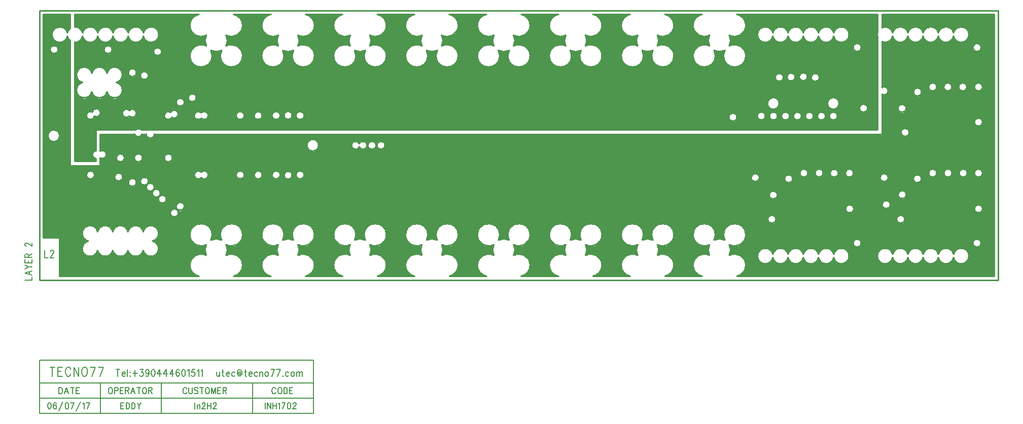
<source format=gbr>
%FSLAX35Y35*%
%MOIN*%
%SFA1.000B1.000*%

G04 Copyright (c) 2015-2018 in2H2 inc.
G04 System developed for in2H2 inc. by Intermotion Technology, Inc.
G04 
G04 Full system RTL, C sources and board design files available at https://github.com/nearist
G04 
G04 in2H2 inc. Team Members:
G04 - Chris McCormick - Algorithm Research and Design
G04 - Matt McCormick - Board Production, System Q/A
G04 
G04 Intermotion Technology Inc. Team Members:
G04 - Mick Fandrich - Project Lead
G04 - Dr. Ludovico Minati - Board Architecture and Design, FPGA Technology Advisor
G04 - Vardan Movsisyan - RTL Team Lead
G04 - Khachatur Gyozalyan - RTL Design
G04 - Tigran Papazyan - RTL Design
G04 - Taron Harutyunyan - RTL Design
G04 - Hayk Ghaltaghchyan - System Software
G04 
G04 Tecno77 S.r.l. Team Members:
G04 - Stefano Aldrigo, Board Layout Design
G04 
G04 We dedicate this project to the memory of Bruce McCormick, an AI pioneer
G04 and advocate, a good friend and father.
G04 
G04 These materials are provided free of charge: you can redistribute them and/or modify  
G04 them under the terms of the GNU General Public License as published by  
G04 the Free Software Foundation, version 3.
G04 
G04 These materials are distributed in the hope that they will be useful, but 
G04 WITHOUT ANY WARRANTY; without even the implied warranty of 
G04 MERCHANTABILITY or FITNESS FOR A PARTICULAR PURPOSE. See the GNU 
G04 General Public License for more details.
G04 In particular, this design should be treated as UNVERIFIED and UNCERTIFIED
G04 
G04 You should have received a copy of the GNU General Public License 
G04 along with this design. If not, see <http://www.gnu.org/licenses/>.

%FSLAX35Y35*%
%MOIN*%
%SFA1.000B1.000*%

%MIA0B0*%
%IPPOS*%
%ADD11C,0.00800*%
%ADD21C,0.00984*%
%ADD23C,0.02362*%
%ADD25C,0.00700*%
%LNlayer2.gbr*%
%LPD*%
G54D23*X645276Y124213D03*X724016D03*X582233Y162255D03*X666879Y162402D03*X125591Y184646D03*X117717D03*Y180709D03*X125591D03*Y192520D03*X117717D03*X125591Y196457D03*X117717D03*X555315Y225787D03*X666879Y219342D03*X645276Y252953D03*X724016D03*G54D11*X103543Y119587D02*G01Y114665D01*X105589*X107293Y118415D02*G01Y118650D01*X107464Y119118*X107634Y119353*X107975Y119587*X108657*X108998Y119353*X109168Y119118*X109339Y118650*Y118181*X109168Y117712*X108827Y117009*X107123Y114665*X109509*X140000Y32224D02*G01Y12224D01*X180000Y32224D02*G01Y12224D01*X240000Y32224D02*G01Y12224D01*X100000Y47224D02*G01X280000D01*Y12224*X100000*Y47224*Y32224D02*G01X280000D01*X100000Y22224D02*G01X280000D01*X108491Y42662D02*G01Y36624D01*X106900Y42662D02*G01X110082D01*X112127D02*G01Y36624D01*Y42662D02*G01X115082D01*X112127Y39787D02*G01X113945D01*X112127Y36624D02*G01X115082D01*X120536Y41224D02*G01X120309Y41799D01*X119855Y42374*X119400Y42662*X118491*X118036Y42374*X117582Y41799*X117355Y41224*X117127Y40362*Y38924*X117355Y38062*X117582Y37487*X118036Y36912*X118491Y36624*X119400*X119855Y36912*X120309Y37487*X120536Y38062*X122582Y42662D02*G01Y36624D01*Y42662D02*G01X125764Y36624D01*Y42662D02*G01Y36624D01*X129173Y42662D02*G01X128718Y42374D01*X128264Y41799*X128036Y41224*X127809Y40362*Y38924*X128036Y38062*X128264Y37487*X128718Y36912*X129173Y36624*X130082*X130536Y36912*X130991Y37487*X131218Y38062*X131445Y38924*Y40362*X131218Y41224*X130991Y41799*X130536Y42374*X130082Y42662*X129173*X136673D02*G01X134400Y36624D01*X133491Y42662D02*G01X136673D01*X141900D02*G01X139627Y36624D01*X138718Y42662D02*G01X141900D01*G54D21*X644193Y212992D02*G75*G03X644193Y212992I-2658D01*X640059Y252953D02*G03X640059Y252953I-2657D01*X624409Y207776D02*G03X624409Y207776I-2657D01*X625474Y216142D02*G03X625474Y216142I-3820D01*X616535Y207776D02*G03X616535Y207776I-2657D01*X608661D02*G03X608661Y207776I-2657D01*X612500Y233268D02*G03X612500Y233268I-2657D01*X600787Y207776D02*G03X600787Y207776I-2657D01*X604626Y233661D02*G03X604626Y233661I-2657D01*X592913Y207776D02*G03X592913Y207776I-2657D01*X596555Y233465D02*G03X596555Y233465I-2657D01*X585039Y207776D02*G03X585039Y207776I-2657D01*X586104Y216142D02*G03X586104Y216142I-3820D01*X588878Y233268D02*G03X588878Y233268I-2658D01*X577067Y207874D02*G03X577067Y207874I-2658D01*X558366Y207087D02*G03X558366Y207087I-2657D01*X273917Y208114D02*G03X273917Y208114I-2657D01*X266043Y208268D02*G03X266043Y208268I-2657D01*X258169Y208114D02*G03X258169Y208114I-2657D01*X246358D02*G03X246358Y208114I-2657D01*X234547D02*G03X234547Y208114I-2657D01*X203051Y219882D02*G03X203051Y219882I-2657D01*X195177Y216929D02*G03X195177Y216929I-2657D01*X180217Y250197D02*G03X180217Y250197I-2658D01*X171555Y234449D02*G03X171555Y234449I-2657D01*X163681Y236417D02*G03X163681Y236417I-2657D01*X147736Y251575D02*G03X147736Y251575I-2657D01*X718799Y124213D02*G03X718799Y124213I-2657D01*X719783Y146752D02*G03X719783Y146752I-2657D01*Y170276D02*G03X719783Y170276I-2657D01*Y203839D02*G03X719783Y203839I-2657D01*Y226969D02*G03X719783Y226969I-2657D01*X718799Y252953D02*G03X718799Y252953I-2657D01*X709744Y170276D02*G03X709744Y170276I-2657D01*X709449Y226969D02*G03X709449Y226969I-2658D01*X699705Y170276D02*G03X699705Y170276I-2658D01*X699606Y226969D02*G03X699606Y226969I-2657D01*X689665Y170276D02*G03X689665Y170276I-2657D01*Y226969D02*G03X689665Y226969I-2657D01*X679626Y166535D02*G03X679626Y166535I-2657D01*X679646Y223642D02*G03X679646Y223642I-2658D01*X668602Y139961D02*G03X668602Y139961I-2657D01*X669587Y156102D02*G03X669587Y156102I-2658D01*X671555Y197047D02*G03X671555Y197047I-2657D01*X669536Y212942D02*G03X669536Y212942I-2657D01*X659154Y149606D02*G03X659154Y149606I-2658D01*X657776Y167323D02*G03X657776Y167323I-2658D01*X640059Y124213D02*G03X640059Y124213I-2657D01*X635138Y146752D02*G03X635138Y146752I-2658D01*X634941Y170276D02*G03X634941Y170276I-2658D01*X624902D02*G03X624902Y170276I-2658D01*X615000Y170335D02*G03X615000Y170335I-2657D01*X605020Y170276D02*G03X605020Y170276I-2658D01*X595000Y166555D02*G03X595000Y166555I-2657D01*X583957Y139961D02*G03X583957Y139961I-2658D01*X584891Y155855D02*G03X584891Y155855I-2658D01*X573130Y167323D02*G03X573130Y167323I-2658D01*X327067Y188583D02*G03X327067Y188583I-2658D01*X321161D02*G03X321161Y188583I-2657D01*X283436D02*G03X283436Y188583I-3820D01*X273917Y169051D02*G03X273917Y169051I-2657D01*X266043Y168898D02*G03X266043Y168898I-2657D01*X258169Y169051D02*G03X258169Y169051I-2657D01*X246358D02*G03X246358Y169051I-2657D01*X234547D02*G03X234547Y169051I-2657D01*X191240Y144094D02*G03X191240Y144094I-2657D01*X195177Y148425D02*G03X195177Y148425I-2657D01*X183366Y153150D02*G03X183366Y153150I-2657D01*X187303Y180315D02*G03X187303Y180315I-2657D01*X179429Y157087D02*G03X179429Y157087I-2657D01*X175492Y161024D02*G03X175492Y161024I-2657D01*X171555Y164961D02*G03X171555Y164961I-2657D01*X163681Y164173D02*G03X163681Y164173I-2657D01*X167618Y180315D02*G03X167618Y180315I-2657D01*X154626Y167717D02*G03X154626Y167717I-2657D01*X155807Y180315D02*G03X155807Y180315I-2657D01*X136122Y169051D02*G03X136122Y169051I-2657D01*X113180Y194835D02*G03X113180Y194835I-3820D01*X112303Y251575D02*G03X112303Y251575I-2657D01*X650689Y274705D02*G01X558309D01*X564220Y267480D02*G03X558309Y274705I-7370J1D01*X553320Y261011D02*G03X564220Y267480I3530J6469D01*X554220Y257480D02*G03X553319Y261011I-7370D01*X553320Y253950D02*G03X554220Y257480I-6470J3530D01*X564220Y247480D02*G03X553320Y253950I-7370J0D01*X549480Y247480D02*G03X564220Y247480I7370D01*X550381Y251011D02*G03X549480Y247480I6469J-3531D01*X543320Y251011D02*G03X550381Y251011I3530J6469D01*X544220Y247480D02*G03X543319Y251011I-7370D01*X529480Y247480D02*G03X544220Y247480I7370D01*X540381Y253950D02*G03X529480Y247480I-3531J-6470D01*X539480Y257480D02*G03X540381Y253950I7370D01*Y261011D02*G03X539480Y257480I6469J-3531D01*X529480Y267480D02*G03X540381Y261011I7370J0D01*X535392Y274705D02*G03X529480Y267480I1458J-7225D01*X535392Y274705D02*G01X511065D01*X516976Y267480D02*G03X511065Y274705I-7370J1D01*X506076Y261011D02*G03X516976Y267480I3530J6469D01*X506976Y257480D02*G03X506075Y261011I-7370D01*X506076Y253950D02*G03X506976Y257480I-6470J3530D01*X516976Y247480D02*G03X506076Y253950I-7370J0D01*X502236Y247480D02*G03X516976Y247480I7370D01*X503137Y251011D02*G03X502236Y247480I6469J-3531D01*X496076Y251011D02*G03X503137Y251011I3530J6469D01*X496976Y247480D02*G03X496075Y251011I-7370D01*X482236Y247480D02*G03X496976Y247480I7370D01*X493137Y253950D02*G03X482236Y247480I-3531J-6470D01*X492236Y257480D02*G03X493137Y253950I7370D01*Y261011D02*G03X492236Y257480I6469J-3531D01*X482236Y267480D02*G03X493137Y261011I7370J0D01*X488148Y274705D02*G03X482236Y267480I1458J-7225D01*X488148Y274705D02*G01X463820D01*X469732Y267480D02*G03X463820Y274705I-7370J0D01*X458832Y261011D02*G03X469732Y267480I3530J6469D01*X459732Y257480D02*G03X458831Y261011I-7370D01*X458832Y253950D02*G03X459732Y257480I-6470J3530D01*X469732Y247480D02*G03X458832Y253950I-7370J0D01*X454992Y247480D02*G03X469732Y247480I7370D01*X455893Y251011D02*G03X454992Y247480I6469J-3531D01*X448832Y251011D02*G03X455893Y251011I3530J6469D01*X449732Y247480D02*G03X448831Y251011I-7370D01*X434992Y247480D02*G03X449732Y247480I7370D01*X445893Y253950D02*G03X434992Y247480I-3531J-6470D01*X444992Y257480D02*G03X445893Y253950I7370D01*Y261011D02*G03X444992Y257480I6469J-3531D01*X434992Y267480D02*G03X445893Y261011I7370J0D01*X440904Y274705D02*G03X434992Y267480I1458J-7225D01*X440904Y274705D02*G01X416576D01*X422488Y267480D02*G03X416576Y274705I-7370J0D01*X411588Y261011D02*G03X422488Y267480I3530J6469D01*X412488Y257480D02*G03X411587Y261011I-7370D01*X411588Y253950D02*G03X412488Y257480I-6470J3530D01*X422488Y247480D02*G03X411588Y253950I-7370J0D01*X407748Y247480D02*G03X422488Y247480I7370D01*X408649Y251011D02*G03X407748Y247480I6469J-3531D01*X401588Y251011D02*G03X408649Y251011I3530J6469D01*X402488Y247480D02*G03X401587Y251011I-7370D01*X387748Y247480D02*G03X402488Y247480I7370D01*X398649Y253950D02*G03X387748Y247480I-3531J-6470D01*X397748Y257480D02*G03X398649Y253950I7370D01*Y261011D02*G03X397748Y257480I6469J-3531D01*X387748Y267480D02*G03X398649Y261011I7370J0D01*X393660Y274705D02*G03X387748Y267480I1458J-7225D01*X393660Y274705D02*G01X369332D01*X375244Y267480D02*G03X369332Y274705I-7370J0D01*X364343Y261011D02*G03X375244Y267480I3531J6469D01*X365244Y257480D02*G03X364343Y261011I-7370D01*Y253950D02*G03X365243Y257480I-6469J3530D01*X375244Y247480D02*G03X364343Y253950I-7370J0D01*X360504Y247480D02*G03X375244Y247480I7370D01*X361405Y251011D02*G03X360504Y247480I6469J-3531D01*X354343Y251011D02*G03X361405Y251011I3531J6469D01*X355244Y247480D02*G03X354343Y251011I-7370D01*X340504Y247480D02*G03X355244Y247480I7370D01*X351405Y253950D02*G03X340504Y247480I-3531J-6470D01*X350504Y257480D02*G03X351405Y253950I7370D01*Y261011D02*G03X350504Y257480I6469J-3531D01*X340504Y267480D02*G03X351405Y261011I7370J0D01*X346416Y274705D02*G03X340504Y267480I1458J-7225D01*X346416Y274705D02*G01X322088D01*X328000Y267480D02*G03X322088Y274705I-7370J0D01*X317099Y261011D02*G03X328000Y267480I3531J6469D01*X318000Y257480D02*G03X317099Y261011I-7370D01*Y253950D02*G03X317999Y257480I-6469J3530D01*X328000Y247480D02*G03X317099Y253950I-7370J0D01*X313260Y247480D02*G03X328000Y247480I7370D01*X314161Y251011D02*G03X313260Y247480I6469J-3531D01*X307099Y251011D02*G03X314161Y251011I3531J6469D01*X308000Y247480D02*G03X307099Y251011I-7370D01*X293260Y247480D02*G03X308000Y247480I7370D01*X304161Y253950D02*G03X293260Y247480I-3531J-6470D01*X303260Y257480D02*G03X304161Y253950I7370D01*Y261011D02*G03X303260Y257480I6469J-3531D01*X293260Y267480D02*G03X304161Y261011I7370J0D01*X299172Y274705D02*G03X293260Y267480I1458J-7225D01*X299172Y274705D02*G01X274844D01*X280756Y267480D02*G03X274844Y274705I-7370J0D01*X269855Y261011D02*G03X280756Y267480I3531J6469D01*X270756Y257480D02*G03X269855Y261011I-7370D01*Y253950D02*G03X270755Y257480I-6469J3530D01*X280756Y247480D02*G03X269855Y253950I-7370J0D01*X266016Y247480D02*G03X280756Y247480I7370D01*X266916Y251011D02*G03X266015Y247480I6470J-3531D01*X259855Y251011D02*G03X266916Y251011I3531J6469D01*X260756Y247480D02*G03X259855Y251011I-7370D01*X246016Y247480D02*G03X260756Y247480I7370D01*X256916Y253950D02*G03X246016Y247480I-3530J-6470D01*X256016Y257480D02*G03X256916Y253950I7370D01*Y261011D02*G03X256015Y257480I6470J-3531D01*X246016Y267480D02*G03X256916Y261011I7370J0D01*X251928Y274705D02*G03X246016Y267480I1458J-7225D01*X251928Y274705D02*G01X227600D01*X233512Y267480D02*G03X227600Y274705I-7370J0D01*X222611Y261011D02*G03X233512Y267480I3531J6469D01*X223512Y257480D02*G03X222611Y261011I-7370D01*Y253950D02*G03X223511Y257480I-6469J3530D01*X233512Y247480D02*G03X222611Y253950I-7370J0D01*X218772Y247480D02*G03X233512Y247480I7370D01*X219672Y251011D02*G03X218771Y247480I6470J-3531D01*X212611Y251011D02*G03X219672Y251011I3531J6469D01*X213512Y247480D02*G03X212611Y251011I-7370D01*X198772Y247480D02*G03X213512Y247480I7370D01*X209672Y253950D02*G03X198772Y247480I-3530J-6470D01*X208772Y257480D02*G03X209672Y253950I7370D01*Y261011D02*G03X208771Y257480I6470J-3531D01*X198772Y267480D02*G03X209672Y261011I7370J0D01*X204683Y274705D02*G03X198772Y267480I1459J-7224D01*X204683Y274705D02*G01X123130D01*Y266534*X128307Y262520D02*G03X123130Y266534I-5000J-1103D01*X138307Y262520D02*G03X128307Y262520I-5000J-1103D01*X148307D02*G03X138307Y262520I-5000J-1103D01*X158307D02*G03X148307Y262520I-5000J-1103D01*X168307D02*G03X158307Y262520I-5000J-1103D01*X178427Y261417D02*G03X168307Y262520I-5120J0D01*Y260315D02*G03X178427Y261417I5000J1102D01*X158307Y260315D02*G03X168307Y260315I5000J1102D01*X148307D02*G03X158307Y260315I5000J1102D01*X138307D02*G03X148307Y260315I5000J1102D01*X128307D02*G03X138307Y260315I5000J1102D01*X123130Y256300D02*G03X128307Y260315I177J5117D01*X123130Y256300D02*G01Y178248D01*X136909*Y179869*X134744Y182480D02*G03X136909Y179869I2658J1D01*Y185092D02*G03X134744Y182480I493J-2612D01*X136909Y185092D02*G01Y198917D01*X163290*X166631D02*G03X163290Y198917I-1671J-2067D01*X166631D02*G01X650689D01*Y260408*X650589Y261417D02*G03X650689Y260408I5120D01*Y262426D02*G03X650589Y261417I5020J-1009D01*X650689Y262426D02*G01Y274705D01*X727461D02*G01X653642D01*Y266102*X660709Y262520D02*G03X653642Y266102I-5000J-1103D01*X670709Y262520D02*G03X660709Y262520I-5000J-1103D01*X680709D02*G03X670709Y262520I-5000J-1103D01*X690709D02*G03X680709Y262520I-5000J-1103D01*X700709D02*G03X690709Y262520I-5000J-1103D01*X710829Y261417D02*G03X700709Y262520I-5120J0D01*Y260315D02*G03X710829Y261417I5000J1102D01*X690709Y260315D02*G03X700709Y260315I5000J1102D01*X680709D02*G03X690709Y260315I5000J1102D01*X670709D02*G03X680709Y260315I5000J1102D01*X660709D02*G03X670709Y260315I5000J1102D01*X653642Y256733D02*G03X660709Y260315I2067J4684D01*X653642Y256733D02*G01Y226619D01*X657776Y224409D02*G03X653642Y226619I-2658J0D01*Y222200D02*G03X657776Y224409I1477J2209D01*X653642Y222200D02*G01Y195965D01*X175490*X175492Y195866D02*G03X175490Y195965I-2657D01*X170177Y195866D02*G03X175493Y195866I2658D01*X170179Y195965D02*G03X170177Y195866I2656J-99D01*X170179Y195965D02*G01X167466D01*X162455D02*G03X167466Y195965I2505J885D01*X162455D02*G01X139862D01*Y184690*X143996Y182480D02*G03X139862Y184690I-2658J0D01*Y180271D02*G03X143996Y182480I1477J2209D01*X139862Y180271D02*G01Y175295D01*X120177*Y257365*X118307Y260315D02*G03X120177Y257365I5000J1102D01*X108187Y261417D02*G03X118307Y260315I5120D01*Y262520D02*G03X108187Y261417I-5000J-1103D01*X120177Y265469D02*G03X118307Y262520I3130J-4052D01*X120177Y265469D02*G01Y274705D01*X102463*Y127953*X112402*X112894Y127461D02*G03X112402Y127953I-492D01*X112894Y127461D02*G01Y102461D01*X204683*X198772Y109685D02*G03X204683Y102461I7370J0D01*X209672Y116154D02*G03X198772Y109685I-3530J-6469D01*X208772Y119685D02*G03X209673Y116154I7370D01*X209672Y123216D02*G03X208771Y119685I6470J-3531D01*X198772Y129685D02*G03X209672Y123216I7370J0D01*X213512Y129685D02*G03X198772Y129685I-7370D01*X212611Y126154D02*G03X213512Y129685I-6469J3531D01*X219672Y126154D02*G03X212611Y126154I-3530J-6469D01*X218772Y129685D02*G03X219673Y126154I7370D01*X233512Y129685D02*G03X218772Y129685I-7370D01*X222611Y123216D02*G03X233512Y129685I3531J6469D01*X223512Y119685D02*G03X222611Y123216I-7370D01*Y116154D02*G03X223512Y119685I-6469J3531D01*X233512Y109685D02*G03X222611Y116154I-7370J0D01*X227600Y102461D02*G03X233512Y109685I-1458J7224D01*X227600Y102461D02*G01X251928D01*X246016Y109685D02*G03X251928Y102461I7370J0D01*X256916Y116154D02*G03X246016Y109685I-3530J-6469D01*X256016Y119685D02*G03X256917Y116154I7370D01*X256916Y123216D02*G03X256015Y119685I6470J-3531D01*X246016Y129685D02*G03X256916Y123216I7370J0D01*X260756Y129685D02*G03X246016Y129685I-7370D01*X259855Y126154D02*G03X260756Y129685I-6469J3531D01*X266916Y126154D02*G03X259855Y126154I-3530J-6469D01*X266016Y129685D02*G03X266917Y126154I7370D01*X280756Y129685D02*G03X266016Y129685I-7370D01*X269855Y123216D02*G03X280756Y129685I3531J6469D01*X270756Y119685D02*G03X269855Y123216I-7370D01*Y116154D02*G03X270756Y119685I-6469J3531D01*X280756Y109685D02*G03X269855Y116154I-7370J0D01*X274844Y102461D02*G03X280756Y109685I-1458J7224D01*X274844Y102461D02*G01X299172D01*X293260Y109685D02*G03X299172Y102461I7370J0D01*X304161Y116154D02*G03X293260Y109685I-3531J-6469D01*X303260Y119685D02*G03X304161Y116154I7370D01*Y123216D02*G03X303260Y119685I6469J-3531D01*X293260Y129685D02*G03X304161Y123216I7370J0D01*X308000Y129685D02*G03X293260Y129685I-7370D01*X307099Y126154D02*G03X308000Y129685I-6469J3531D01*X314161Y126154D02*G03X307099Y126154I-3531J-6469D01*X313260Y129685D02*G03X314161Y126154I7370D01*X328000Y129685D02*G03X313260Y129685I-7370D01*X317099Y123216D02*G03X328000Y129685I3531J6469D01*X318000Y119685D02*G03X317099Y123216I-7370D01*Y116154D02*G03X318000Y119685I-6469J3531D01*X328000Y109685D02*G03X317099Y116154I-7370J0D01*X322088Y102461D02*G03X328000Y109685I-1458J7224D01*X322088Y102461D02*G01X346416D01*X340504Y109685D02*G03X346416Y102461I7370J0D01*X351405Y116154D02*G03X340504Y109685I-3531J-6469D01*X350504Y119685D02*G03X351405Y116154I7370D01*Y123216D02*G03X350504Y119685I6469J-3531D01*X340504Y129685D02*G03X351405Y123216I7370J0D01*X355244Y129685D02*G03X340504Y129685I-7370D01*X354343Y126154D02*G03X355244Y129685I-6469J3531D01*X361405Y126154D02*G03X354343Y126154I-3531J-6469D01*X360504Y129685D02*G03X361405Y126154I7370D01*X375244Y129685D02*G03X360504Y129685I-7370D01*X364343Y123216D02*G03X375244Y129685I3531J6469D01*X365244Y119685D02*G03X364343Y123216I-7370D01*Y116154D02*G03X365244Y119685I-6469J3531D01*X375244Y109685D02*G03X364343Y116154I-7370J0D01*X369332Y102461D02*G03X375244Y109685I-1458J7224D01*X369332Y102461D02*G01X393660D01*X387748Y109685D02*G03X393660Y102461I7370J0D01*X398649Y116154D02*G03X387748Y109685I-3531J-6469D01*X397748Y119685D02*G03X398649Y116154I7370D01*Y123216D02*G03X397748Y119685I6469J-3531D01*X387748Y129685D02*G03X398649Y123216I7370J0D01*X402488Y129685D02*G03X387748Y129685I-7370D01*X401588Y126154D02*G03X402489Y129685I-6470J3531D01*X408649Y126154D02*G03X401588Y126154I-3531J-6469D01*X407748Y129685D02*G03X408649Y126154I7370D01*X422488Y129685D02*G03X407748Y129685I-7370D01*X411588Y123216D02*G03X422488Y129685I3530J6469D01*X412488Y119685D02*G03X411587Y123216I-7370D01*X411588Y116154D02*G03X412489Y119685I-6470J3531D01*X422488Y109685D02*G03X411588Y116154I-7370J0D01*X416576Y102461D02*G03X422488Y109685I-1458J7224D01*X416576Y102461D02*G01X440904D01*X434992Y109685D02*G03X440904Y102461I7370J0D01*X445893Y116154D02*G03X434992Y109685I-3531J-6469D01*X444992Y119685D02*G03X445893Y116154I7370D01*Y123216D02*G03X444992Y119685I6469J-3531D01*X434992Y129685D02*G03X445893Y123216I7370J0D01*X449732Y129685D02*G03X434992Y129685I-7370D01*X448832Y126154D02*G03X449733Y129685I-6470J3531D01*X455893Y126154D02*G03X448832Y126154I-3531J-6469D01*X454992Y129685D02*G03X455893Y126154I7370D01*X469732Y129685D02*G03X454992Y129685I-7370D01*X458832Y123216D02*G03X469732Y129685I3530J6469D01*X459732Y119685D02*G03X458831Y123216I-7370D01*X458832Y116154D02*G03X459733Y119685I-6470J3531D01*X469732Y109685D02*G03X458832Y116154I-7370J0D01*X463820Y102461D02*G03X469732Y109685I-1458J7224D01*X463820Y102461D02*G01X488148D01*X482236Y109685D02*G03X488148Y102461I7370J0D01*X493137Y116154D02*G03X482236Y109685I-3531J-6469D01*X492236Y119685D02*G03X493137Y116154I7370D01*Y123216D02*G03X492236Y119685I6469J-3531D01*X482236Y129685D02*G03X493137Y123216I7370J0D01*X496976Y129685D02*G03X482236Y129685I-7370D01*X496076Y126154D02*G03X496977Y129685I-6470J3531D01*X503137Y126154D02*G03X496076Y126154I-3531J-6469D01*X502236Y129685D02*G03X503137Y126154I7370D01*X516976Y129685D02*G03X502236Y129685I-7370D01*X506076Y123216D02*G03X516976Y129685I3530J6469D01*X506976Y119685D02*G03X506075Y123216I-7370D01*X506076Y116154D02*G03X506977Y119685I-6470J3531D01*X516976Y109685D02*G03X506076Y116154I-7370J0D01*X511065Y102461D02*G03X516976Y109685I-1459J7224D01*X511065Y102461D02*G01X535392D01*X529480Y109685D02*G03X535392Y102461I7370J0D01*X540381Y116154D02*G03X529480Y109685I-3531J-6469D01*X539480Y119685D02*G03X540381Y116154I7370D01*Y123216D02*G03X539480Y119685I6469J-3531D01*X529480Y129685D02*G03X540381Y123216I7370J0D01*X544220Y129685D02*G03X529480Y129685I-7370D01*X543320Y126154D02*G03X544221Y129685I-6470J3531D01*X550381Y126154D02*G03X543320Y126154I-3531J-6469D01*X549480Y129685D02*G03X550381Y126154I7370D01*X564220Y129685D02*G03X549480Y129685I-7370D01*X553320Y123216D02*G03X564220Y129685I3530J6469D01*X554220Y119685D02*G03X553319Y123216I-7370D01*X553320Y116154D02*G03X554221Y119685I-6470J3531D01*X564220Y109685D02*G03X553320Y116154I-7370J0D01*X558309Y102461D02*G03X564220Y109685I-1459J7224D01*X558309Y102461D02*G01X727461D01*Y274705*X644193Y212992D02*G03X644193Y212992I-2658D01*X640059Y252953D02*G03X640059Y252953I-2657D01*X624409Y207776D02*G03X624409Y207776I-2657D01*X625474Y216142D02*G03X625474Y216142I-3820D01*X616535Y207776D02*G03X616535Y207776I-2657D01*X608661D02*G03X608661Y207776I-2657D01*X612500Y233268D02*G03X612500Y233268I-2657D01*X600787Y207776D02*G03X600787Y207776I-2657D01*X604626Y233661D02*G03X604626Y233661I-2657D01*X592913Y207776D02*G03X592913Y207776I-2657D01*X596555Y233465D02*G03X596555Y233465I-2657D01*X585039Y207776D02*G03X585039Y207776I-2657D01*X586104Y216142D02*G03X586104Y216142I-3820D01*X588878Y233268D02*G03X588878Y233268I-2658D01*X577067Y207874D02*G03X577067Y207874I-2658D01*X621969Y260315D02*G03X632089Y261417I5000J1102D01*X611969Y260315D02*G03X621969Y260315I5000J1102D01*X601969D02*G03X611969Y260315I5000J1102D01*X591969D02*G03X601969Y260315I5000J1102D01*X581969D02*G03X591969Y260315I5000J1102D01*X571848Y261417D02*G03X581969Y260315I5120J0D01*Y262520D02*G03X571848Y261417I-5000J-1103D01*X591969Y262520D02*G03X581969Y262520I-5000J-1103D01*X601969D02*G03X591969Y262520I-5000J-1103D01*X611969D02*G03X601969Y262520I-5000J-1103D01*X621969D02*G03X611969Y262520I-5000J-1103D01*X632089Y261417D02*G03X621969Y262520I-5120J0D01*X558366Y207087D02*G03X558366Y207087I-2657D01*X273917Y208114D02*G03X273917Y208114I-2657D01*X266043Y208268D02*G03X266043Y208268I-2657D01*X258169Y208114D02*G03X258169Y208114I-2657D01*X246358D02*G03X246358Y208114I-2657D01*X234547D02*G03X234547Y208114I-2657D01*X206299Y206329D02*G03X210925Y208114I1969J1785D01*X201673D02*G03X206299Y206329I2657J0D01*Y209899D02*G03X201673Y208114I-1969J-1785D01*X210925D02*G03X206299Y209899I-2657J0D01*X203051Y219882D02*G03X203051Y219882I-2657D01*X187015Y206910D02*G03X191240Y209055I1568J2145D01*X181988Y208114D02*G03X187015Y206910I2658J0D01*X186214Y210260D02*G03X181988Y208114I-1568J-2146D01*X191240Y209055D02*G03X186214Y210260I-2657J0D01*X195177Y216929D02*G03X195177Y216929I-2657D01*X180217Y250197D02*G03X180217Y250197I-2658D01*X171555Y234449D02*G03X171555Y234449I-2657D01*X159055Y207860D02*G03X163681Y209646I1968J1786D01*X154429D02*G03X159055Y207860I2658J0D01*Y211431D02*G03X154429Y209646I-1969J-1785D01*X163681D02*G03X159055Y211431I-2657J0D01*X163681Y236417D02*G03X163681Y236417I-2657D01*X136094Y207726D02*G03X140059Y210039I1308J2313D01*X130807Y208114D02*G03X136094Y207726I2658J0D01*X134773Y210427D02*G03X130807Y208114I-1308J-2313D01*X140059Y210039D02*G03X134773Y210427I-2657J0D01*X150473Y229921D02*G03X154490Y234921I-1103J5000D01*Y224921D02*G03X150473Y229921I-5120J0D01*X144370Y223819D02*G03X154490Y224921I5000J1102D01*X134370Y223819D02*G03X144370Y223819I5000J1102D01*X124250Y224921D02*G03X134370Y223819I5120D01*X128268Y229921D02*G03X124250Y224921I1102J-5000D01*Y234921D02*G03X128268Y229921I5120D01*X134370Y236024D02*G03X124250Y234921I-5000J-1103D01*X144370Y236024D02*G03X134370Y236024I-5000J-1103D01*X154490Y234921D02*G03X144370Y236024I-5120J0D01*X147736Y251575D02*G03X147736Y251575I-2657D01*X718799Y124213D02*G03X718799Y124213I-2657D01*X719783Y146752D02*G03X719783Y146752I-2657D01*Y170276D02*G03X719783Y170276I-2657D01*Y203839D02*G03X719783Y203839I-2657D01*Y226969D02*G03X719783Y226969I-2657D01*X718799Y252953D02*G03X718799Y252953I-2657D01*X700709Y114646D02*G03X710829Y115748I5000J1102D01*X690709Y114646D02*G03X700709Y114646I5000J1102D01*X680709D02*G03X690709Y114646I5000J1102D01*X670709D02*G03X680709Y114646I5000J1102D01*X660709D02*G03X670709Y114646I5000J1102D01*X650589Y115748D02*G03X660709Y114646I5120D01*Y116850D02*G03X650589Y115748I-5000J-1102D01*X670709Y116850D02*G03X660709Y116850I-5000J-1102D01*X680709D02*G03X670709Y116850I-5000J-1102D01*X690709D02*G03X680709Y116850I-5000J-1102D01*X700709D02*G03X690709Y116850I-5000J-1102D01*X710829Y115748D02*G03X700709Y116850I-5120D01*X709744Y170276D02*G03X709744Y170276I-2657D01*X709449Y226969D02*G03X709449Y226969I-2658D01*X699705Y170276D02*G03X699705Y170276I-2658D01*X699606Y226969D02*G03X699606Y226969I-2657D01*X689665Y170276D02*G03X689665Y170276I-2657D01*Y226969D02*G03X689665Y226969I-2657D01*X679626Y166535D02*G03X679626Y166535I-2657D01*X679646Y223642D02*G03X679646Y223642I-2658D01*X668602Y139961D02*G03X668602Y139961I-2657D01*X669587Y156102D02*G03X669587Y156102I-2658D01*X671555Y197047D02*G03X671555Y197047I-2657D01*X669536Y212942D02*G03X669536Y212942I-2657D01*X659154Y149606D02*G03X659154Y149606I-2658D01*X657776Y167323D02*G03X657776Y167323I-2658D01*X640059Y124213D02*G03X640059Y124213I-2657D01*X621969Y114646D02*G03X632089Y115748I5000J1102D01*X611969Y114646D02*G03X621969Y114646I5000J1102D01*X601969D02*G03X611969Y114646I5000J1102D01*X591969D02*G03X601969Y114646I5000J1102D01*X581969D02*G03X591969Y114646I5000J1102D01*X571848Y115748D02*G03X581969Y114646I5120J0D01*Y116850D02*G03X571848Y115748I-5000J-1102D01*X591969Y116850D02*G03X581969Y116850I-5000J-1102D01*X601969D02*G03X591969Y116850I-5000J-1102D01*X611969D02*G03X601969Y116850I-5000J-1102D01*X621969D02*G03X611969Y116850I-5000J-1102D01*X632089Y115748D02*G03X621969Y116850I-5120D01*X635138Y146752D02*G03X635138Y146752I-2658D01*X634941Y170276D02*G03X634941Y170276I-2658D01*X624902D02*G03X624902Y170276I-2658D01*X615000Y170335D02*G03X615000Y170335I-2657D01*X605020Y170276D02*G03X605020Y170276I-2658D01*X595000Y166555D02*G03X595000Y166555I-2657D01*X583957Y139961D02*G03X583957Y139961I-2658D01*X584891Y155855D02*G03X584891Y155855I-2658D01*X573130Y167323D02*G03X573130Y167323I-2658D01*X327067Y188583D02*G03X327067Y188583I-2658D01*X321161D02*G03X321161Y188583I-2657D01*X310138Y187579D02*G03X315256Y188583I2460J1004D01*X305020D02*G03X310138Y187579I2657J0D01*Y189586D02*G03X305020Y188583I-2461J-1003D01*X315256D02*G03X310138Y189586I-2657J0D01*X283436Y188583D02*G03X283436Y188583I-3820D01*X273917Y169051D02*G03X273917Y169051I-2657D01*X266043Y168898D02*G03X266043Y168898I-2657D01*X258169Y169051D02*G03X258169Y169051I-2657D01*X246358D02*G03X246358Y169051I-2657D01*X234547D02*G03X234547Y169051I-2657D01*X206299Y167266D02*G03X210925Y169051I1969J1785D01*X201673D02*G03X206299Y167266I2657J0D01*Y170836D02*G03X201673Y169051I-1969J-1785D01*X210925D02*G03X206299Y170836I-2657J0D01*X191240Y144094D02*G03X191240Y144094I-2657D01*X195177Y148425D02*G03X195177Y148425I-2657D01*X174252Y125591D02*G03X178270Y130591I-1102J5000D01*Y120591D02*G03X174252Y125591I-5120D01*X168150Y119488D02*G03X178270Y120591I5000J1103D01*X158150Y119488D02*G03X168150Y119488I5000J1103D01*X148150D02*G03X158150Y119488I5000J1103D01*X138150D02*G03X148150Y119488I5000J1103D01*X128030Y120591D02*G03X138150Y119488I5120J0D01*X132047Y125591D02*G03X128030Y120591I1103J-5000D01*Y130591D02*G03X132047Y125591I5120J0D01*X138150Y131693D02*G03X128030Y130591I-5000J-1102D01*X148150Y131693D02*G03X138150Y131693I-5000J-1102D01*X158150D02*G03X148150Y131693I-5000J-1102D01*X168150D02*G03X158150Y131693I-5000J-1102D01*X178270Y130591D02*G03X168150Y131693I-5120D01*X183366Y153150D02*G03X183366Y153150I-2657D01*X187303Y180315D02*G03X187303Y180315I-2657D01*X179429Y157087D02*G03X179429Y157087I-2657D01*X175492Y161024D02*G03X175492Y161024I-2657D01*X171555Y164961D02*G03X171555Y164961I-2657D01*X163681Y164173D02*G03X163681Y164173I-2657D01*X167618Y180315D02*G03X167618Y180315I-2657D01*X154626Y167717D02*G03X154626Y167717I-2657D01*X155807Y180315D02*G03X155807Y180315I-2657D01*X136122Y169051D02*G03X136122Y169051I-2657D01*X113180Y194835D02*G03X113180Y194835I-3820D01*X112303Y251575D02*G03X112303Y251575I-2657D01*X560442Y273916D02*G01X650689D01*X561700Y273030D02*G01X650689D01*X562557Y272144D02*G01X650689D01*X563178Y271259D02*G01X650689D01*X563629Y270373D02*G01X650689D01*X563942Y269487D02*G01X650689D01*X564135Y268601D02*G01X650689D01*X564217Y267715D02*G01X650689D01*X564192Y266829D02*G01X650689D01*X629362Y265944D02*G01X650689D01*X630569Y265058D02*G01X650689D01*X631284Y264172D02*G01X650689D01*X631735Y263286D02*G01X650689D01*X631807Y259743D02*G01X650689D01*X631402Y258857D02*G01X650689D01*X630755Y257971D02*G01X650689D01*X629698Y257085D02*G01X650689D01*X554108Y256199D02*G01X650689D01*X638622Y255314D02*G01X650689D01*X639612Y254428D02*G01X650689D01*X639993Y253542D02*G01X650689D01*X640042Y252656D02*G01X650689D01*X639782Y251770D02*G01X650689D01*X639070Y250885D02*G01X650689D01*X563777Y249999D02*G01X650689D01*X564037Y249113D02*G01X650689D01*X564183Y248227D02*G01X650689D01*X564219Y247341D02*G01X650689D01*X564149Y246455D02*G01X650689D01*X563968Y245570D02*G01X650689D01*X563669Y244684D02*G01X650689D01*X563235Y243798D02*G01X650689D01*X562634Y242912D02*G01X650689D01*X561807Y242026D02*G01X650689D01*X560609Y241140D02*G01X650689D01*X558302Y240255D02*G01X650689D01*X151907Y239369D02*G01X650689D01*X162696Y238483D02*G01X650689D01*X163405Y237597D02*G01X650689D01*X170292Y236711D02*G01X650689D01*X610564Y235825D02*G01X650689D01*X611908Y234940D02*G01X650689D01*X612381Y234054D02*G01X650689D01*X612498Y233168D02*G01X650689D01*X612311Y232282D02*G01X650689D01*X611729Y231396D02*G01X650689D01*X151970Y230510D02*G01X650689D01*X151393Y229625D02*G01X650689D01*X152782Y228739D02*G01X650689D01*X153568Y227853D02*G01X650689D01*X154064Y226967D02*G01X650689D01*X154357Y226081D02*G01X650689D01*X154483Y225196D02*G01X650689D01*X154454Y224310D02*G01X650689D01*X154266Y223424D02*G01X650689D01*X200478Y222538D02*G01X650689D01*X202376Y221652D02*G01X650689D01*X202900Y220766D02*G01X650689D01*X622439Y219881D02*G01X650689D01*X624195Y218995D02*G01X650689D01*X624929Y218109D02*G01X650689D01*X625318Y217223D02*G01X650689D01*X625469Y216337D02*G01X650689D01*X642542Y215451D02*G01X650689D01*X643677Y214566D02*G01X650689D01*X644102Y213680D02*G01X650689D01*X644186Y212794D02*G01X650689D01*X643962Y211908D02*G01X650689D01*X643319Y211022D02*G01X650689D01*X622972Y210136D02*G01X650689D01*X623963Y209251D02*G01X650689D01*X624343Y208365D02*G01X650689D01*X624393Y207479D02*G01X650689D01*X624132Y206593D02*G01X650689D01*X623421Y205707D02*G01X650689D01*X557099Y204822D02*G01X650689D01*X123130Y203936D02*G01X650689D01*X123130Y203050D02*G01X650689D01*X123130Y202164D02*G01X650689D01*X123130Y201278D02*G01X650689D01*X123130Y200392D02*G01X650689D01*X165045Y199507D02*G01X650689D01*X631993Y262400D02*G01X650684D01*X632027Y260629D02*G01X650650D01*X632088Y261514D02*G01X650589D01*X625411Y215451D02*G01X640528D01*X190369Y211022D02*G01X639752D01*X625134Y214566D02*G01X639394D01*X162418Y211908D02*G01X639109D01*X624575Y213680D02*G01X638968D01*X623494Y212794D02*G01X638885D01*X553895Y255314D02*G01X636182D01*X563387Y250885D02*G01X635733D01*X559310Y254428D02*G01X635191D01*X562843Y251770D02*G01X635022D01*X561043Y253542D02*G01X634810D01*X562097Y252656D02*G01X634761D01*X619362Y265944D02*G01X624575D01*X619698Y257085D02*G01X624239D01*X620569Y265058D02*G01X623368D01*X620755Y257971D02*G01X623182D01*X621284Y264172D02*G01X622653D01*X621402Y258857D02*G01X622535D01*X621735Y263286D02*G01X622202D01*X621807Y259743D02*G01X622130D01*X583069Y219881D02*G01X620869D01*X615098Y210136D02*G01X620532D01*X615547Y205707D02*G01X620083D01*X584123Y212794D02*G01X619815D01*X616088Y209251D02*G01X619541D01*X616258Y206593D02*G01X619372D01*X616469Y208365D02*G01X619161D01*X584825Y218995D02*G01X619113D01*X616519Y207479D02*G01X619111D01*X585205Y213680D02*G01X618733D01*X585559Y218109D02*G01X618379D01*X585764Y214566D02*G01X618174D01*X585948Y217223D02*G01X617990D01*X586041Y215451D02*G01X617897D01*X586099Y216337D02*G01X617839D01*X609362Y265944D02*G01X614575D01*X609698Y257085D02*G01X614239D01*X610569Y265058D02*G01X613368D01*X610755Y257971D02*G01X613182D01*X607224Y210136D02*G01X612658D01*X611284Y264172D02*G01X612653D01*X611402Y258857D02*G01X612535D01*X607673Y205707D02*G01X612209D01*X611735Y263286D02*G01X612202D01*X611807Y259743D02*G01X612130D01*X608214Y209251D02*G01X611667D01*X608384Y206593D02*G01X611498D01*X608595Y208365D02*G01X611287D01*X608645Y207479D02*G01X611237D01*X603511Y235825D02*G01X609121D01*X603358Y231396D02*G01X607956D01*X604298Y234940D02*G01X607777D01*X604240Y232282D02*G01X607375D01*X604597Y234054D02*G01X607304D01*X604580Y233168D02*G01X607187D01*X599350Y210136D02*G01X604784D01*X599362Y265944D02*G01X604575D01*X599799Y205707D02*G01X604335D01*X599698Y257085D02*G01X604239D01*X600340Y209251D02*G01X603793D01*X600510Y206593D02*G01X603624D01*X600721Y208365D02*G01X603413D01*X600569Y265058D02*G01X603368D01*X600771Y207479D02*G01X603363D01*X600755Y257971D02*G01X603182D01*X601284Y264172D02*G01X602653D01*X601402Y258857D02*G01X602535D01*X601735Y263286D02*G01X602202D01*X601807Y259743D02*G01X602130D01*X595566Y231396D02*G01X600579D01*X595118Y235825D02*G01X600426D01*X596278Y232282D02*G01X599697D01*X596108Y234940D02*G01X599639D01*X596539Y233168D02*G01X599357D01*X596489Y234054D02*G01X599340D01*X591476Y210136D02*G01X596910D01*X591925Y205707D02*G01X596461D01*X592466Y209251D02*G01X595919D01*X592636Y206593D02*G01X595750D01*X592847Y208365D02*G01X595539D01*X592897Y207479D02*G01X595489D01*X589362Y265944D02*G01X594575D01*X589698Y257085D02*G01X594239D01*X590569Y265058D02*G01X593368D01*X590755Y257971D02*G01X593182D01*X586942Y235825D02*G01X592678D01*X591284Y264172D02*G01X592653D01*X591402Y258857D02*G01X592535D01*X588107Y231396D02*G01X592229D01*X591735Y263286D02*G01X592202D01*X591807Y259743D02*G01X592130D01*X588286Y234940D02*G01X591687D01*X588688Y232282D02*G01X591518D01*X588759Y234054D02*G01X591306D01*X588876Y233168D02*G01X591257D01*X583602Y210136D02*G01X589036D01*X584051Y205707D02*G01X588587D01*X584592Y209251D02*G01X588045D01*X584762Y206593D02*G01X587876D01*X584973Y208365D02*G01X587665D01*X585023Y207479D02*G01X587615D01*X171171Y235825D02*G01X585499D01*X579362Y265944D02*G01X584575D01*X153084Y231396D02*G01X584334D01*X579698Y257085D02*G01X584239D01*X171509Y234940D02*G01X584155D01*X170436Y232282D02*G01X583752D01*X171526Y234054D02*G01X583682D01*X171226Y233168D02*G01X583565D01*X580569Y265058D02*G01X583368D01*X580755Y257971D02*G01X583182D01*X581284Y264172D02*G01X582653D01*X581402Y258857D02*G01X582535D01*X581735Y263286D02*G01X582202D01*X581807Y259743D02*G01X582130D01*X203051Y219881D02*G01X581499D01*X575804Y210136D02*G01X581162D01*X575948Y205707D02*G01X580713D01*X123130Y212794D02*G01X580444D01*X576683Y209251D02*G01X580171D01*X576738Y206593D02*G01X580002D01*X577021Y208365D02*G01X579791D01*X202899Y218995D02*G01X579743D01*X577037Y207479D02*G01X579741D01*X123130Y213680D02*G01X579363D01*X202373Y218109D02*G01X579009D01*X193735Y214566D02*G01X578804D01*X195161Y217223D02*G01X578620D01*X194728Y215451D02*G01X578527D01*X195110Y216337D02*G01X578469D01*X564058Y265944D02*G01X574575D01*X554210Y257085D02*G01X574239D01*X563811Y265058D02*G01X573368D01*X554204Y257971D02*G01X573182D01*X272984Y210136D02*G01X573015D01*X557980Y205707D02*G01X572871D01*X563436Y264172D02*G01X572653D01*X554091Y258857D02*G01X572535D01*X562911Y263286D02*G01X572202D01*X557251Y209251D02*G01X572136D01*X553865Y259743D02*G01X572130D01*X558320Y206593D02*G01X572081D01*X562190Y262400D02*G01X571944D01*X559566Y260629D02*G01X571910D01*X561178Y261514D02*G01X571849D01*X558039Y208365D02*G01X571798D01*X558337Y207479D02*G01X571781D01*X538302Y240255D02*G01X555399D01*X553559Y254428D02*G01X554391D01*X123130Y204822D02*G01X554319D01*X273662Y209251D02*G01X554166D01*X553514Y260629D02*G01X554135D01*X272387Y205707D02*G01X553437D01*X273905Y208365D02*G01X553379D01*X273439Y206593D02*G01X553097D01*X540609Y241140D02*G01X553092D01*X273840Y207479D02*G01X553080D01*X541807Y242026D02*G01X551893D01*X542634Y242912D02*G01X551067D01*X543235Y243798D02*G01X550466D01*X550139Y250885D02*G01X550314D01*X543669Y244684D02*G01X550031D01*X543777Y249999D02*G01X549924D01*X543968Y245570D02*G01X549732D01*X544037Y249113D02*G01X549663D01*X544149Y246455D02*G01X549552D01*X544183Y248227D02*G01X549518D01*X544219Y247341D02*G01X549482D01*X543387Y250885D02*G01X543562D01*X539566Y260629D02*G01X540187D01*X539310Y254428D02*G01X540142D01*X506621Y259743D02*G01X539836D01*X506651Y255314D02*G01X539806D01*X506847Y258857D02*G01X539610D01*X506864Y256199D02*G01X539592D01*X506960Y257971D02*G01X539497D01*X506966Y257085D02*G01X539491D01*X511058Y240255D02*G01X535399D01*X512066Y254428D02*G01X534391D01*X512322Y260629D02*G01X534135D01*X513198Y273916D02*G01X533259D01*X513365Y241140D02*G01X533092D01*X513798Y253542D02*G01X532658D01*X513934Y261514D02*G01X532523D01*X514456Y273030D02*G01X532001D01*X514563Y242026D02*G01X531893D01*X514853Y252656D02*G01X531604D01*X514946Y262400D02*G01X531511D01*X515313Y272144D02*G01X531144D01*X515390Y242912D02*G01X531067D01*X515599Y251770D02*G01X530858D01*X515667Y263286D02*G01X530790D01*X515934Y271259D02*G01X530522D01*X515991Y243798D02*G01X530466D01*X516143Y250885D02*G01X530314D01*X516192Y264172D02*G01X530265D01*X516385Y270373D02*G01X530072D01*X516425Y244684D02*G01X530031D01*X516533Y249999D02*G01X529924D01*X516567Y265058D02*G01X529890D01*X516698Y269487D02*G01X529759D01*X516724Y245570D02*G01X529732D01*X516793Y249113D02*G01X529663D01*X516814Y265944D02*G01X529642D01*X516891Y268601D02*G01X529566D01*X516905Y246455D02*G01X529552D01*X516938Y248227D02*G01X529518D01*X516948Y266829D02*G01X529509D01*X516973Y267715D02*G01X529484D01*X516975Y247341D02*G01X529482D01*X491058Y240255D02*G01X508155D01*X506315Y254428D02*G01X507147D01*X506270Y260629D02*G01X506891D01*X493365Y241140D02*G01X505848D01*X494563Y242026D02*G01X504649D01*X495390Y242912D02*G01X503823D01*X495991Y243798D02*G01X503222D01*X502895Y250885D02*G01X503069D01*X496425Y244684D02*G01X502787D01*X496533Y249999D02*G01X502680D01*X496724Y245570D02*G01X502488D01*X496793Y249113D02*G01X502419D01*X496905Y246455D02*G01X502308D01*X496938Y248227D02*G01X502274D01*X496975Y247341D02*G01X502238D01*X496143Y250885D02*G01X496318D01*X492322Y260629D02*G01X492942D01*X492066Y254428D02*G01X492898D01*X459376Y259743D02*G01X492592D01*X459407Y255314D02*G01X492562D01*X459603Y258857D02*G01X492366D01*X459620Y256199D02*G01X492348D01*X459716Y257971D02*G01X492253D01*X459722Y257085D02*G01X492247D01*X463814Y240255D02*G01X488155D01*X464822Y254428D02*G01X487147D01*X465077Y260629D02*G01X486891D01*X465954Y273916D02*G01X486015D01*X466120Y241140D02*G01X485848D01*X466554Y253542D02*G01X485414D01*X466690Y261514D02*G01X485279D01*X467212Y273030D02*G01X484757D01*X467319Y242026D02*G01X484649D01*X467609Y252656D02*G01X484359D01*X467702Y262400D02*G01X484267D01*X468069Y272144D02*G01X483900D01*X468146Y242912D02*G01X483823D01*X468355Y251770D02*G01X483613D01*X468422Y263286D02*G01X483546D01*X468690Y271259D02*G01X483278D01*X468746Y243798D02*G01X483222D01*X468899Y250885D02*G01X483069D01*X468948Y264172D02*G01X483020D01*X469141Y270373D02*G01X482827D01*X469181Y244684D02*G01X482787D01*X469289Y249999D02*G01X482680D01*X469323Y265058D02*G01X482646D01*X469454Y269487D02*G01X482515D01*X469480Y245570D02*G01X482488D01*X469549Y249113D02*G01X482419D01*X469570Y265944D02*G01X482398D01*X469647Y268601D02*G01X482322D01*X469661Y246455D02*G01X482308D01*X469694Y248227D02*G01X482274D01*X469704Y266829D02*G01X482265D01*X469729Y267715D02*G01X482240D01*X469731Y247341D02*G01X482238D01*X443814Y240255D02*G01X460911D01*X459070Y254428D02*G01X459902D01*X459026Y260629D02*G01X459647D01*X446120Y241140D02*G01X458604D01*X447319Y242026D02*G01X457405D01*X448146Y242912D02*G01X456579D01*X448746Y243798D02*G01X455978D01*X455651Y250885D02*G01X455825D01*X449181Y244684D02*G01X455543D01*X449289Y249999D02*G01X455436D01*X449480Y245570D02*G01X455244D01*X449549Y249113D02*G01X455175D01*X449661Y246455D02*G01X455064D01*X449694Y248227D02*G01X455030D01*X449731Y247341D02*G01X454993D01*X448899Y250885D02*G01X449074D01*X445077Y260629D02*G01X445698D01*X444822Y254428D02*G01X445654D01*X412132Y259743D02*G01X445348D01*X412163Y255314D02*G01X445318D01*X412358Y258857D02*G01X445122D01*X412376Y256199D02*G01X445104D01*X412472Y257971D02*G01X445008D01*X412478Y257085D02*G01X445003D01*X416570Y240255D02*G01X440911D01*X417578Y254428D02*G01X439902D01*X417833Y260629D02*G01X439647D01*X418710Y273916D02*G01X438771D01*X418876Y241140D02*G01X438604D01*X419310Y253542D02*G01X438170D01*X419446Y261514D02*G01X438035D01*X419968Y273030D02*G01X437513D01*X420075Y242026D02*G01X437405D01*X420365Y252656D02*G01X437115D01*X420458Y262400D02*G01X437023D01*X420825Y272144D02*G01X436656D01*X420902Y242912D02*G01X436579D01*X421111Y251770D02*G01X436369D01*X421178Y263286D02*G01X436302D01*X421446Y271259D02*G01X436034D01*X421502Y243798D02*G01X435978D01*X421655Y250885D02*G01X435825D01*X421704Y264172D02*G01X435776D01*X421897Y270373D02*G01X435583D01*X421937Y244684D02*G01X435543D01*X422045Y249999D02*G01X435436D01*X422079Y265058D02*G01X435402D01*X422210Y269487D02*G01X435271D01*X422236Y245570D02*G01X435244D01*X422305Y249113D02*G01X435175D01*X422326Y265944D02*G01X435154D01*X422402Y268601D02*G01X435078D01*X422417Y246455D02*G01X435064D01*X422450Y248227D02*G01X435030D01*X422459Y266829D02*G01X435021D01*X422484Y267715D02*G01X434996D01*X422487Y247341D02*G01X434993D01*X396570Y240255D02*G01X413666D01*X411826Y254428D02*G01X412658D01*X411782Y260629D02*G01X412403D01*X398876Y241140D02*G01X411360D01*X400075Y242026D02*G01X410161D01*X400902Y242912D02*G01X409335D01*X401502Y243798D02*G01X408734D01*X408407Y250885D02*G01X408581D01*X401937Y244684D02*G01X408299D01*X402045Y249999D02*G01X408192D01*X402236Y245570D02*G01X408000D01*X402305Y249113D02*G01X407931D01*X402417Y246455D02*G01X407820D01*X402450Y248227D02*G01X407786D01*X402487Y247341D02*G01X407749D01*X401655Y250885D02*G01X401830D01*X397833Y260629D02*G01X398454D01*X397578Y254428D02*G01X398410D01*X364888Y259743D02*G01X398104D01*X364918Y255314D02*G01X398074D01*X365114Y258857D02*G01X397878D01*X365132Y256199D02*G01X397860D01*X365228Y257971D02*G01X397764D01*X365234Y257085D02*G01X397759D01*X369326Y240255D02*G01X393666D01*X370334Y254428D02*G01X392658D01*X370589Y260629D02*G01X392403D01*X371466Y273916D02*G01X391526D01*X371632Y241140D02*G01X391360D01*X372066Y253542D02*G01X390926D01*X372201Y261514D02*G01X390791D01*X372723Y273030D02*G01X390269D01*X372831Y242026D02*G01X390161D01*X373121Y252656D02*G01X389871D01*X373214Y262400D02*G01X389779D01*X373581Y272144D02*G01X389412D01*X373658Y242912D02*G01X389335D01*X373867Y251770D02*G01X389125D01*X373934Y263286D02*G01X389058D01*X374202Y271259D02*G01X388790D01*X374258Y243798D02*G01X388734D01*X374411Y250885D02*G01X388581D01*X374460Y264172D02*G01X388532D01*X374653Y270373D02*G01X388339D01*X374693Y244684D02*G01X388299D01*X374800Y249999D02*G01X388192D01*X374835Y265058D02*G01X388158D01*X374966Y269487D02*G01X388026D01*X374992Y245570D02*G01X388000D01*X375061Y249113D02*G01X387931D01*X375082Y265944D02*G01X387910D01*X375158Y268601D02*G01X387834D01*X375173Y246455D02*G01X387820D01*X375206Y248227D02*G01X387786D01*X375215Y266829D02*G01X387777D01*X375240Y267715D02*G01X387752D01*X375243Y247341D02*G01X387749D01*X349326Y240255D02*G01X366422D01*X364582Y254428D02*G01X365414D01*X364538Y260629D02*G01X365159D01*X351632Y241140D02*G01X364116D01*X352831Y242026D02*G01X362917D01*X353658Y242912D02*G01X362090D01*X354258Y243798D02*G01X361490D01*X361162Y250885D02*G01X361337D01*X354693Y244684D02*G01X361055D01*X354800Y249999D02*G01X360948D01*X354992Y245570D02*G01X360756D01*X355061Y249113D02*G01X360687D01*X355173Y246455D02*G01X360576D01*X355206Y248227D02*G01X360542D01*X355243Y247341D02*G01X360505D01*X354411Y250885D02*G01X354586D01*X350589Y260629D02*G01X351210D01*X350334Y254428D02*G01X351166D01*X317644Y259743D02*G01X350860D01*X317674Y255314D02*G01X350830D01*X317870Y258857D02*G01X350634D01*X317888Y256199D02*G01X350616D01*X317984Y257971D02*G01X350520D01*X317989Y257085D02*G01X350515D01*X322082Y240255D02*G01X346422D01*X323090Y254428D02*G01X345414D01*X323345Y260629D02*G01X345159D01*X324222Y273916D02*G01X344282D01*X324388Y241140D02*G01X344116D01*X324822Y253542D02*G01X343682D01*X324957Y261514D02*G01X343547D01*X325479Y273030D02*G01X343025D01*X325587Y242026D02*G01X342917D01*X325877Y252656D02*G01X342627D01*X325970Y262400D02*G01X342534D01*X326337Y272144D02*G01X342167D01*X326413Y242912D02*G01X342090D01*X326623Y251770D02*G01X341881D01*X326690Y263286D02*G01X341814D01*X326958Y271259D02*G01X341546D01*X327014Y243798D02*G01X341490D01*X327167Y250885D02*G01X341337D01*X327216Y264172D02*G01X341288D01*X327409Y270373D02*G01X341095D01*X327449Y244684D02*G01X341055D01*X327556Y249999D02*G01X340948D01*X327590Y265058D02*G01X340913D01*X327722Y269487D02*G01X340782D01*X327748Y245570D02*G01X340756D01*X327817Y249113D02*G01X340687D01*X327838Y265944D02*G01X340666D01*X327914Y268601D02*G01X340590D01*X327928Y246455D02*G01X340576D01*X327962Y248227D02*G01X340542D01*X327971Y266829D02*G01X340533D01*X327996Y267715D02*G01X340508D01*X327999Y247341D02*G01X340505D01*X302082Y240255D02*G01X319178D01*X317338Y254428D02*G01X318170D01*X317294Y260629D02*G01X317915D01*X304388Y241140D02*G01X316872D01*X305587Y242026D02*G01X315673D01*X306413Y242912D02*G01X314846D01*X307014Y243798D02*G01X314246D01*X313918Y250885D02*G01X314093D01*X307449Y244684D02*G01X313811D01*X307556Y249999D02*G01X313703D01*X307748Y245570D02*G01X313512D01*X307817Y249113D02*G01X313443D01*X307928Y246455D02*G01X313331D01*X307962Y248227D02*G01X313298D01*X307999Y247341D02*G01X313261D01*X307167Y250885D02*G01X307341D01*X303345Y260629D02*G01X303966D01*X303090Y254428D02*G01X303922D01*X270400Y259743D02*G01X303616D01*X270430Y255314D02*G01X303585D01*X270626Y258857D02*G01X303390D01*X270644Y256199D02*G01X303372D01*X270740Y257971D02*G01X303276D01*X270745Y257085D02*G01X303270D01*X274837Y240255D02*G01X299178D01*X275846Y254428D02*G01X298170D01*X276101Y260629D02*G01X297915D01*X276978Y273916D02*G01X297038D01*X277144Y241140D02*G01X296872D01*X277578Y253542D02*G01X296438D01*X277713Y261514D02*G01X296302D01*X278235Y273030D02*G01X295780D01*X278343Y242026D02*G01X295673D01*X278633Y252656D02*G01X295383D01*X278725Y262400D02*G01X295290D01*X279092Y272144D02*G01X294923D01*X279169Y242912D02*G01X294846D01*X279379Y251770D02*G01X294637D01*X279446Y263286D02*G01X294570D01*X279714Y271259D02*G01X294302D01*X279770Y243798D02*G01X294246D01*X279923Y250885D02*G01X294093D01*X279972Y264172D02*G01X294044D01*X280165Y270373D02*G01X293851D01*X280205Y244684D02*G01X293811D01*X280312Y249999D02*G01X293703D01*X280346Y265058D02*G01X293669D01*X280478Y269487D02*G01X293538D01*X280504Y245570D02*G01X293512D01*X280573Y249113D02*G01X293443D01*X280594Y265944D02*G01X293422D01*X280670Y268601D02*G01X293346D01*X280684Y246455D02*G01X293331D01*X280718Y248227D02*G01X293298D01*X280727Y266829D02*G01X293289D01*X280752Y267715D02*G01X293264D01*X280755Y247341D02*G01X293261D01*X254837Y240255D02*G01X271934D01*X270094Y254428D02*G01X270926D01*X270050Y260629D02*G01X270671D01*X264098Y205707D02*G01X270133D01*X257144Y241140D02*G01X269628D01*X265275Y210136D02*G01X269536D01*X265449Y206593D02*G01X269081D01*X265855Y209251D02*G01X268858D01*X265924Y207479D02*G01X268679D01*X266042Y208365D02*G01X268614D01*X258343Y242026D02*G01X268429D01*X259169Y242912D02*G01X267602D01*X259770Y243798D02*G01X267002D01*X266674Y250885D02*G01X266849D01*X260205Y244684D02*G01X266567D01*X260312Y249999D02*G01X266459D01*X260504Y245570D02*G01X266268D01*X260573Y249113D02*G01X266199D01*X260684Y246455D02*G01X266087D01*X260718Y248227D02*G01X266054D01*X260755Y247341D02*G01X266017D01*X256639Y205707D02*G01X262674D01*X257236Y210136D02*G01X261496D01*X257691Y206593D02*G01X261322D01*X257914Y209251D02*G01X260917D01*X258092Y207479D02*G01X260848D01*X258157Y208365D02*G01X260730D01*X259923Y250885D02*G01X260097D01*X256101Y260629D02*G01X256722D01*X255846Y254428D02*G01X256678D01*X223156Y259743D02*G01X256372D01*X223186Y255314D02*G01X256341D01*X223382Y258857D02*G01X256145D01*X223400Y256199D02*G01X256128D01*X223495Y257971D02*G01X256032D01*X223501Y257085D02*G01X256026D01*X244828Y205707D02*G01X254385D01*X245425Y210136D02*G01X253788D01*X245880Y206593D02*G01X253333D01*X246103Y209251D02*G01X253110D01*X246281Y207479D02*G01X252931D01*X246346Y208365D02*G01X252866D01*X227593Y240255D02*G01X251934D01*X228602Y254428D02*G01X250926D01*X228857Y260629D02*G01X250671D01*X229733Y273916D02*G01X249794D01*X229900Y241140D02*G01X249628D01*X230334Y253542D02*G01X249194D01*X230469Y261514D02*G01X249058D01*X230991Y273030D02*G01X248536D01*X231099Y242026D02*G01X248429D01*X231389Y252656D02*G01X248139D01*X231481Y262400D02*G01X248046D01*X231848Y272144D02*G01X247679D01*X231925Y242912D02*G01X247602D01*X232135Y251770D02*G01X247393D01*X232202Y263286D02*G01X247326D01*X232470Y271259D02*G01X247058D01*X232526Y243798D02*G01X247002D01*X232679Y250885D02*G01X246849D01*X232728Y264172D02*G01X246800D01*X232921Y270373D02*G01X246607D01*X232961Y244684D02*G01X246567D01*X233068Y249999D02*G01X246459D01*X233102Y265058D02*G01X246425D01*X233233Y269487D02*G01X246294D01*X233260Y245570D02*G01X246268D01*X233329Y249113D02*G01X246199D01*X233350Y265944D02*G01X246178D01*X233426Y268601D02*G01X246101D01*X233440Y246455D02*G01X246087D01*X233474Y248227D02*G01X246054D01*X233483Y266829D02*G01X246045D01*X233508Y267715D02*G01X246019D01*X233511Y247341D02*G01X246017D01*X233016Y205707D02*G01X242574D01*X233614Y210136D02*G01X241977D01*X234069Y206593D02*G01X241522D01*X234292Y209251D02*G01X241299D01*X234470Y207479D02*G01X241120D01*X234535Y208365D02*G01X241055D01*X209394Y205707D02*G01X230763D01*X209992Y210136D02*G01X230166D01*X210447Y206593D02*G01X229711D01*X210670Y209251D02*G01X229488D01*X210848Y207479D02*G01X229309D01*X210913Y208365D02*G01X229244D01*X207593Y240255D02*G01X224690D01*X222850Y254428D02*G01X223682D01*X222806Y260629D02*G01X223426D01*X209900Y241140D02*G01X222384D01*X211099Y242026D02*G01X221185D01*X211925Y242912D02*G01X220358D01*X212526Y243798D02*G01X219758D01*X219430Y250885D02*G01X219605D01*X212961Y244684D02*G01X219323D01*X213068Y249999D02*G01X219215D01*X213260Y245570D02*G01X219024D01*X213329Y249113D02*G01X218955D01*X213440Y246455D02*G01X218843D01*X213474Y248227D02*G01X218810D01*X213511Y247341D02*G01X218773D01*X212679Y250885D02*G01X212853D01*X208857Y260629D02*G01X209478D01*X208602Y254428D02*G01X209433D01*X178146Y259743D02*G01X209127D01*X123130Y255314D02*G01X209097D01*X177741Y258857D02*G01X208901D01*X123130Y256199D02*G01X208884D01*X177094Y257971D02*G01X208788D01*X176036Y257085D02*G01X208782D01*X205457Y205707D02*G01X207141D01*X206055Y210136D02*G01X206544D01*X123130Y240255D02*G01X204690D01*X123130Y254428D02*G01X203682D01*X178366Y260629D02*G01X203426D01*X185772Y205707D02*G01X203204D01*X191010Y210136D02*G01X202607D01*X123130Y273916D02*G01X202550D01*X123130Y241140D02*G01X202384D01*X189583Y206593D02*G01X202152D01*X146865Y253542D02*G01X201950D01*X191233Y209251D02*G01X201928D01*X178426Y261514D02*G01X201814D01*X190722Y207479D02*G01X201750D01*X191149Y208365D02*G01X201685D01*X123130Y273030D02*G01X201292D01*X123130Y242026D02*G01X201185D01*X178566Y252656D02*G01X200895D01*X178332Y262400D02*G01X200802D01*X123130Y272144D02*G01X200435D01*X123130Y242912D02*G01X200358D01*X153902Y222538D02*G01X200310D01*X179701Y251770D02*G01X200149D01*X178074Y263286D02*G01X200081D01*X123130Y271259D02*G01X199814D01*X123130Y243798D02*G01X199758D01*X180126Y250885D02*G01X199605D01*X177623Y264172D02*G01X199556D01*X123130Y270373D02*G01X199363D01*X123130Y244684D02*G01X199323D01*X180209Y249999D02*G01X199215D01*X176907Y265058D02*G01X199181D01*X123130Y269487D02*G01X199050D01*X123130Y245570D02*G01X199024D01*X179985Y249113D02*G01X198955D01*X175701Y265944D02*G01X198934D01*X123130Y268601D02*G01X198857D01*X123130Y246455D02*G01X198843D01*X179343Y248227D02*G01X198810D01*X123130Y266829D02*G01X198800D01*X123130Y267715D02*G01X198775D01*X123130Y247341D02*G01X198773D01*X194901Y218109D02*G01X198414D01*X153311Y221652D02*G01X198412D01*X194192Y218995D02*G01X197889D01*X152362Y220766D02*G01X197888D01*X150268Y219881D02*G01X197736D01*X123130Y214566D02*G01X191305D01*X123130Y218995D02*G01X190848D01*X123130Y215451D02*G01X190311D01*X123130Y218109D02*G01X190138D01*X123130Y216337D02*G01X189929D01*X123130Y217223D02*G01X189878D01*X186825Y206593D02*G01X187582D01*X163297Y211022D02*G01X186796D01*X134591Y205707D02*G01X183519D01*X163635Y210136D02*G01X182922D01*X135644Y206593D02*G01X182466D01*X163652Y209251D02*G01X182243D01*X162562Y207479D02*G01X182065D01*X163352Y208365D02*G01X182000D01*X147506Y252656D02*G01X176552D01*X123130Y248227D02*G01X175775D01*X147729Y251770D02*G01X175417D01*X146079Y249113D02*G01X175133D01*X147645Y250885D02*G01X174992D01*X147218Y249999D02*G01X174909D01*X165701Y265944D02*G01X170914D01*X166036Y257085D02*G01X170578D01*X166907Y265058D02*G01X169707D01*X167094Y257971D02*G01X169520D01*X167623Y264172D02*G01X168991D01*X167741Y258857D02*G01X168873D01*X168074Y263286D02*G01X168540D01*X168146Y259743D02*G01X168469D01*X163665Y236711D02*G01X167504D01*X153758Y232282D02*G01X167359D01*X163614Y235825D02*G01X166624D01*X154181Y233168D02*G01X166569D01*X163232Y234940D02*G01X166286D01*X162239Y234054D02*G01X166270D01*X123130Y199507D02*G01X164876D01*X155701Y265944D02*G01X160914D01*X156036Y257085D02*G01X160578D01*X154416Y234054D02*G01X159809D01*X156907Y265058D02*G01X159707D01*X158481Y211908D02*G01X159630D01*X157094Y257971D02*G01X159520D01*X158625Y207479D02*G01X159485D01*X153048Y238483D02*G01X159352D01*X157623Y264172D02*G01X158991D01*X157741Y258857D02*G01X158873D01*X154490Y234940D02*G01X158815D01*X153735Y237597D02*G01X158642D01*X158074Y263286D02*G01X158540D01*X158146Y259743D02*G01X158469D01*X154410Y235825D02*G01X158433D01*X154167Y236711D02*G01X158382D01*X139291Y211908D02*G01X155692D01*X138114Y207479D02*G01X155548D01*X139871Y211022D02*G01X154813D01*X139465Y208365D02*G01X154758D01*X140057Y210136D02*G01X154475D01*X139939Y209251D02*G01X154459D01*X145701Y265944D02*G01X150914D01*X146036Y257085D02*G01X150578D01*X146907Y265058D02*G01X149707D01*X147094Y257971D02*G01X149520D01*X147623Y264172D02*G01X148991D01*X147741Y258857D02*G01X148873D01*X148074Y263286D02*G01X148540D01*X140268Y219881D02*G01X148472D01*X148146Y259743D02*G01X148469D01*X141907Y239369D02*G01X146833D01*X142362Y220766D02*G01X146378D01*X143048Y238483D02*G01X145692D01*X143311Y221652D02*G01X145429D01*X143735Y237597D02*G01X145005D01*X143902Y222538D02*G01X144838D01*X144167Y236711D02*G01X144573D01*X144266Y223424D02*G01X144474D01*X123130Y249113D02*G01X144078D01*X123130Y253542D02*G01X143292D01*X123130Y249999D02*G01X142939D01*X123130Y252656D02*G01X142651D01*X123130Y250885D02*G01X142512D01*X123130Y251770D02*G01X142428D01*X135701Y265944D02*G01X140914D01*X136036Y257085D02*G01X140578D01*X136907Y265058D02*G01X139707D01*X137094Y257971D02*G01X139520D01*X137623Y264172D02*G01X138991D01*X137741Y258857D02*G01X138873D01*X138074Y263286D02*G01X138540D01*X130268Y219881D02*G01X138472D01*X138146Y259743D02*G01X138469D01*X123130Y198621D02*G01X136909D01*X123130Y197735D02*G01X136909D01*X123130Y196849D02*G01X136909D01*X123130Y195963D02*G01X136909D01*X123130Y195077D02*G01X136909D01*X123130Y194192D02*G01X136909D01*X123130Y193306D02*G01X136909D01*X123130Y192420D02*G01X136909D01*X123130Y191534D02*G01X136909D01*X123130Y190648D02*G01X136909D01*X123130Y189762D02*G01X136909D01*X123130Y188877D02*G01X136909D01*X123130Y187991D02*G01X136909D01*X123130Y187105D02*G01X136909D01*X123130Y186219D02*G01X136909D01*X123130Y185333D02*G01X136909D01*X123130Y179133D02*G01X136909D01*X131907Y239369D02*G01X136833D01*X136045Y207479D02*G01X136690D01*X123130Y180018D02*G01X136401D01*X132362Y220766D02*G01X136378D01*X133048Y238483D02*G01X135692D01*X123130Y184448D02*G01X135615D01*X123130Y211908D02*G01X135512D01*X133311Y221652D02*G01X135429D01*X123130Y180904D02*G01X135262D01*X133735Y237597D02*G01X135005D01*X123130Y183562D02*G01X134974D01*X123130Y211022D02*G01X134933D01*X133902Y222538D02*G01X134838D01*X123130Y181790D02*G01X134835D01*X123130Y182676D02*G01X134751D01*X134167Y236711D02*G01X134573D01*X134266Y223424D02*G01X134474D01*X123130Y205707D02*G01X132338D01*X123130Y210136D02*G01X131740D01*X123130Y206593D02*G01X131285D01*X123130Y209251D02*G01X131062D01*X125701Y265944D02*G01X130914D01*X123130Y207479D02*G01X130884D01*X123130Y208365D02*G01X130819D01*X126036Y257085D02*G01X130578D01*X126907Y265058D02*G01X129707D01*X127094Y257971D02*G01X129520D01*X127623Y264172D02*G01X128991D01*X127741Y258857D02*G01X128873D01*X128074Y263286D02*G01X128540D01*X123130Y219881D02*G01X128472D01*X128146Y259743D02*G01X128469D01*X123130Y229625D02*G01X127347D01*X123130Y239369D02*G01X126833D01*X123130Y230510D02*G01X126770D01*X123130Y220766D02*G01X126378D01*X123130Y228739D02*G01X125958D01*X123130Y238483D02*G01X125692D01*X123130Y231396D02*G01X125657D01*X123130Y221652D02*G01X125429D01*X123130Y227853D02*G01X125172D01*X123130Y237597D02*G01X125005D01*X123130Y232282D02*G01X124983D01*X123130Y222538D02*G01X124838D01*X123130Y226967D02*G01X124677D01*X123130Y236711D02*G01X124573D01*X123130Y233168D02*G01X124560D01*X123130Y223424D02*G01X124474D01*X123130Y226081D02*G01X124383D01*X123130Y235825D02*G01X124330D01*X123130Y234054D02*G01X124324D01*X123130Y224310D02*G01X124287D01*X123130Y225196D02*G01X124257D01*X123130Y234940D02*G01X124250D01*X653642Y274310D02*G01X727461D01*X653642Y273424D02*G01X727461D01*X653642Y272538D02*G01X727461D01*X653642Y271652D02*G01X727461D01*X653642Y270766D02*G01X727461D01*X653642Y269881D02*G01X727461D01*X653642Y268995D02*G01X727461D01*X653642Y268109D02*G01X727461D01*X653642Y267223D02*G01X727461D01*X707126Y266337D02*G01X727461D01*X708862Y265451D02*G01X727461D01*X709746Y264566D02*G01X727461D01*X710302Y263680D02*G01X727461D01*X710640Y262794D02*G01X727461D01*X710805Y261908D02*G01X727461D01*X710814Y261022D02*G01X727461D01*X710666Y260137D02*G01X727461D01*X710348Y259251D02*G01X727461D01*X709819Y258365D02*G01X727461D01*X708981Y257479D02*G01X727461D01*X707424Y256593D02*G01X727461D01*X653642Y255707D02*G01X727461D01*X718031Y254822D02*G01X727461D01*X718611Y253936D02*G01X727461D01*X718797Y253050D02*G01X727461D01*X718680Y252164D02*G01X727461D01*X718205Y251278D02*G01X727461D01*X716854Y250392D02*G01X727461D01*X653642Y249507D02*G01X727461D01*X653642Y248621D02*G01X727461D01*X653642Y247735D02*G01X727461D01*X653642Y246849D02*G01X727461D01*X653642Y245963D02*G01X727461D01*X653642Y245077D02*G01X727461D01*X653642Y244192D02*G01X727461D01*X653642Y243306D02*G01X727461D01*X653642Y242420D02*G01X727461D01*X653642Y241534D02*G01X727461D01*X653642Y240648D02*G01X727461D01*X653642Y239762D02*G01X727461D01*X653642Y238877D02*G01X727461D01*X653642Y237991D02*G01X727461D01*X653642Y237105D02*G01X727461D01*X653642Y236219D02*G01X727461D01*X653642Y235333D02*G01X727461D01*X653642Y234448D02*G01X727461D01*X653642Y233562D02*G01X727461D01*X653642Y232676D02*G01X727461D01*X653642Y231790D02*G01X727461D01*X653642Y230904D02*G01X727461D01*X653642Y230018D02*G01X727461D01*X718668Y229133D02*G01X727461D01*X719456Y228247D02*G01X727461D01*X719754Y227361D02*G01X727461D01*X719737Y226475D02*G01X727461D01*X719398Y225589D02*G01X727461D01*X718516Y224703D02*G01X727461D01*X679640Y223818D02*G01X727461D01*X679549Y222932D02*G01X727461D01*X679113Y222046D02*G01X727461D01*X677939Y221160D02*G01X727461D01*X653642Y220274D02*G01X727461D01*X653642Y219388D02*G01X727461D01*X653642Y218503D02*G01X727461D01*X653642Y217617D02*G01X727461D01*X653642Y216731D02*G01X727461D01*X653642Y215845D02*G01X727461D01*X668608Y214959D02*G01X727461D01*X669283Y214074D02*G01X727461D01*X669525Y213188D02*G01X727461D01*X669458Y212302D02*G01X727461D01*X669055Y211416D02*G01X727461D01*X667995Y210530D02*G01X727461D01*X653642Y209644D02*G01X727461D01*X653642Y208759D02*G01X727461D01*X653642Y207873D02*G01X727461D01*X653642Y206987D02*G01X727461D01*X718520Y206101D02*G01X727461D01*X719399Y205215D02*G01X727461D01*X719738Y204329D02*G01X727461D01*X719754Y203444D02*G01X727461D01*X719454Y202558D02*G01X727461D01*X718665Y201672D02*G01X727461D01*X653642Y200786D02*G01X727461D01*X653642Y199900D02*G01X727461D01*X670684Y199014D02*G01X727461D01*X671325Y198129D02*G01X727461D01*X671548Y197243D02*G01X727461D01*X671464Y196357D02*G01X727461D01*X671037Y195471D02*G01X727461D01*X669898Y194585D02*G01X727461D01*X174373Y193699D02*G01X727461D01*X139862Y192814D02*G01X727461D01*X281461Y191928D02*G01X727461D01*X325416Y191042D02*G01X727461D01*X326551Y190156D02*G01X727461D01*X326976Y189270D02*G01X727461D01*X327060Y188385D02*G01X727461D01*X326836Y187499D02*G01X727461D01*X326193Y186613D02*G01X727461D01*X282154Y185727D02*G01X727461D01*X280387Y184841D02*G01X727461D01*X143549Y183955D02*G01X727461D01*X143930Y183070D02*G01X727461D01*X186535Y182184D02*G01X727461D01*X187115Y181298D02*G01X727461D01*X187301Y180412D02*G01X727461D01*X187183Y179526D02*G01X727461D01*X186709Y178640D02*G01X727461D01*X185358Y177755D02*G01X727461D01*X139862Y176869D02*G01X727461D01*X139862Y175983D02*G01X727461D01*X102463Y175097D02*G01X727461D01*X102463Y174211D02*G01X727461D01*X102463Y173325D02*G01X727461D01*X718668Y172440D02*G01X727461D01*X719456Y171554D02*G01X727461D01*X719754Y170668D02*G01X727461D01*X719737Y169782D02*G01X727461D01*X719398Y168896D02*G01X727461D01*X718516Y168011D02*G01X727461D01*X679560Y167125D02*G01X727461D01*X679609Y166239D02*G01X727461D01*X679348Y165353D02*G01X727461D01*X678637Y164467D02*G01X727461D01*X173556Y163581D02*G01X727461D01*X174900Y162696D02*G01X727461D01*X175373Y161810D02*G01X727461D01*X175490Y160924D02*G01X727461D01*X175303Y160038D02*G01X727461D01*X178444Y159152D02*G01X727461D01*X668472Y158266D02*G01X727461D01*X669259Y157381D02*G01X727461D01*X669558Y156495D02*G01X727461D01*X669540Y155609D02*G01X727461D01*X669201Y154723D02*G01X727461D01*X668319Y153837D02*G01X727461D01*X183359Y152951D02*G01X727461D01*X657503Y152066D02*G01X727461D01*X658638Y151180D02*G01X727461D01*X659063Y150294D02*G01X727461D01*X717209Y149408D02*G01X727461D01*X719108Y148522D02*G01X727461D01*X719632Y147637D02*G01X727461D01*X719783Y146751D02*G01X727461D01*X719631Y145865D02*G01X727461D01*X719106Y144979D02*G01X727461D01*X191240Y144093D02*G01X727461D01*X191088Y143207D02*G01X727461D01*X667165Y142322D02*G01X727461D01*X668155Y141436D02*G01X727461D01*X668536Y140550D02*G01X727461D01*X668586Y139664D02*G01X727461D01*X668325Y138778D02*G01X727461D01*X667614Y137892D02*G01X727461D01*X557695Y137007D02*G01X727461D01*X560442Y136121D02*G01X727461D01*X561700Y135235D02*G01X727461D01*X562557Y134349D02*G01X727461D01*X563178Y133463D02*G01X727461D01*X563629Y132577D02*G01X727461D01*X563942Y131692D02*G01X727461D01*X564135Y130806D02*G01X727461D01*X564217Y129920D02*G01X727461D01*X564192Y129034D02*G01X727461D01*X564059Y128148D02*G01X727461D01*X563811Y127262D02*G01X727461D01*X717684Y126377D02*G01X727461D01*X718472Y125491D02*G01X727461D01*X718770Y124605D02*G01X727461D01*X718753Y123719D02*G01X727461D01*X718413Y122833D02*G01X727461D01*X717532Y121948D02*G01X727461D01*X554091Y121062D02*G01X727461D01*X708280Y120176D02*G01X727461D01*X709406Y119290D02*G01X727461D01*X710086Y118404D02*G01X727461D01*X710513Y117518D02*G01X727461D01*X710752Y116633D02*G01X727461D01*X710829Y115747D02*G01X727461D01*X710751Y114861D02*G01X727461D01*X710512Y113975D02*G01X727461D01*X710084Y113089D02*G01X727461D01*X709403Y112203D02*G01X727461D01*X708275Y111318D02*G01X727461D01*X564183Y110432D02*G01X727461D01*X564219Y109546D02*G01X727461D01*X564149Y108660D02*G01X727461D01*X563969Y107774D02*G01X727461D01*X563669Y106888D02*G01X727461D01*X563235Y106003D02*G01X727461D01*X562634Y105117D02*G01X727461D01*X561807Y104231D02*G01X727461D01*X560609Y103345D02*G01X727461D01*X659146Y149408D02*G01X717042D01*X708181Y224703D02*G01X715736D01*X708476Y168011D02*G01X715736D01*X653642Y206101D02*G01X715732D01*X653642Y201672D02*G01X715587D01*X708334Y229133D02*G01X715584D01*X708629Y172440D02*G01X715584D01*X653642Y250392D02*G01X715430D01*X634460Y144979D02*G01X715146D01*X658922Y148522D02*G01X715144D01*X709063Y225589D02*G01X714854D01*X709358Y168896D02*G01X714854D01*X653642Y205215D02*G01X714853D01*X653642Y202558D02*G01X714798D01*X709121Y228247D02*G01X714796D01*X709417Y171554D02*G01X714796D01*X638791Y121948D02*G01X714752D01*X634985Y145865D02*G01X714621D01*X658280Y147637D02*G01X714620D01*X638944Y126377D02*G01X714599D01*X709403Y226475D02*G01X714515D01*X709698Y169782D02*G01X714515D01*X653642Y204329D02*G01X714514D01*X653642Y203444D02*G01X714498D01*X709420Y227361D02*G01X714498D01*X709715Y170668D02*G01X714498D01*X635138Y146751D02*G01X714468D01*X653642Y254822D02*G01X714252D01*X653642Y251278D02*G01X714078D01*X639673Y122833D02*G01X713870D01*X639731Y125491D02*G01X713812D01*X653642Y253936D02*G01X713673D01*X653642Y252164D02*G01X713604D01*X640013Y123719D02*G01X713530D01*X640030Y124605D02*G01X713513D01*X653642Y253050D02*G01X713486D01*X698437Y168011D02*G01X705697D01*X698590Y172440D02*G01X705544D01*X698339Y224703D02*G01X705401D01*X698491Y229133D02*G01X705249D01*X699319Y168896D02*G01X704815D01*X699377Y171554D02*G01X704757D01*X699220Y225589D02*G01X704520D01*X699659Y169782D02*G01X704475D01*X699279Y228247D02*G01X704461D01*X699676Y170668D02*G01X704458D01*X697126Y266337D02*G01X704291D01*X699560Y226475D02*G01X704180D01*X699577Y227361D02*G01X704163D01*X697424Y256593D02*G01X703993D01*X698275Y111318D02*G01X703142D01*X698280Y120176D02*G01X703138D01*X698862Y265451D02*G01X702556D01*X698981Y257479D02*G01X702437D01*X699403Y112203D02*G01X702014D01*X699406Y119290D02*G01X702011D01*X699746Y264566D02*G01X701671D01*X699819Y258365D02*G01X701598D01*X700084Y113089D02*G01X701333D01*X700086Y118404D02*G01X701331D01*X700302Y263680D02*G01X701116D01*X700348Y259251D02*G01X701070D01*X700512Y113975D02*G01X700905D01*X700513Y117518D02*G01X700904D01*X700640Y262794D02*G01X700777D01*X700666Y260137D02*G01X700751D01*X688398Y168011D02*G01X695657D01*X688398Y224703D02*G01X695559D01*X688550Y172440D02*G01X695505D01*X688550Y229133D02*G01X695406D01*X689279Y168896D02*G01X694776D01*X689338Y171554D02*G01X694717D01*X689279Y225589D02*G01X694677D01*X689338Y228247D02*G01X694619D01*X689619Y169782D02*G01X694436D01*X689636Y170668D02*G01X694419D01*X689619Y226475D02*G01X694338D01*X689636Y227361D02*G01X694320D01*X687126Y266337D02*G01X694291D01*X687424Y256593D02*G01X693993D01*X688275Y111318D02*G01X693142D01*X688280Y120176D02*G01X693138D01*X688862Y265451D02*G01X692556D01*X688981Y257479D02*G01X692437D01*X689403Y112203D02*G01X692014D01*X689406Y119290D02*G01X692011D01*X689746Y264566D02*G01X691671D01*X689819Y258365D02*G01X691598D01*X690084Y113089D02*G01X691333D01*X690086Y118404D02*G01X691331D01*X690302Y263680D02*G01X691116D01*X690348Y259251D02*G01X691070D01*X690512Y113975D02*G01X690905D01*X690513Y117518D02*G01X690904D01*X690640Y262794D02*G01X690777D01*X690666Y260137D02*G01X690751D01*X679424Y224703D02*G01X685618D01*X679179Y168011D02*G01X685618D01*X653642Y229133D02*G01X685465D01*X633826Y172440D02*G01X685465D01*X678796Y225589D02*G01X684736D01*X678189Y168896D02*G01X684736D01*X653642Y228247D02*G01X684678D01*X634613Y171554D02*G01X684678D01*X656790Y226475D02*G01X684397D01*X656125Y169782D02*G01X684397D01*X653642Y227361D02*G01X684380D01*X634912Y170668D02*G01X684380D01*X677126Y266337D02*G01X684291D01*X677424Y256593D02*G01X683993D01*X678275Y111318D02*G01X683142D01*X678280Y120176D02*G01X683138D01*X678862Y265451D02*G01X682556D01*X678981Y257479D02*G01X682437D01*X679403Y112203D02*G01X682014D01*X679406Y119290D02*G01X682011D01*X679746Y264566D02*G01X681671D01*X679819Y258365D02*G01X681598D01*X680084Y113089D02*G01X681333D01*X680086Y118404D02*G01X681331D01*X680302Y263680D02*G01X681116D01*X680348Y259251D02*G01X681070D01*X680512Y113975D02*G01X680905D01*X680513Y117518D02*G01X680904D01*X680640Y262794D02*G01X680777D01*X680666Y260137D02*G01X680751D01*X653642Y221160D02*G01X676037D01*X657260Y168896D02*G01X675749D01*X593987Y164467D02*G01X675300D01*X657499Y225589D02*G01X675180D01*X656333Y222046D02*G01X674863D01*X657685Y168011D02*G01X674758D01*X656902Y165353D02*G01X674589D01*X657759Y224703D02*G01X674552D01*X657327Y222932D02*G01X674427D01*X657768Y167125D02*G01X674377D01*X657709Y223818D02*G01X674337D01*X657544Y166239D02*G01X674328D01*X667126Y266337D02*G01X674291D01*X667424Y256593D02*G01X673993D01*X668275Y111318D02*G01X673142D01*X668280Y120176D02*G01X673138D01*X668862Y265451D02*G01X672556D01*X668981Y257479D02*G01X672437D01*X669403Y112203D02*G01X672014D01*X669406Y119290D02*G01X672011D01*X669746Y264566D02*G01X671671D01*X669819Y258365D02*G01X671598D01*X670084Y113089D02*G01X671333D01*X670086Y118404D02*G01X671331D01*X670302Y263680D02*G01X671116D01*X670348Y259251D02*G01X671070D01*X670512Y113975D02*G01X670905D01*X670513Y117518D02*G01X670904D01*X670640Y262794D02*G01X670777D01*X670666Y260137D02*G01X670751D01*X175163Y194585D02*G01X667897D01*X653642Y199014D02*G01X667111D01*X175463Y195471D02*G01X666758D01*X653642Y198129D02*G01X666470D01*X653642Y196357D02*G01X666331D01*X653642Y197243D02*G01X666247D01*X653642Y210530D02*G01X665762D01*X583962Y153837D02*G01X665539D01*X583350Y158266D02*G01X665387D01*X653642Y214959D02*G01X665149D01*X582519Y142322D02*G01X664725D01*X653642Y211416D02*G01X664703D01*X584637Y154723D02*G01X664658D01*X584409Y157381D02*G01X664599D01*X653642Y214074D02*G01X664474D01*X584879Y155609D02*G01X664318D01*X584812Y156495D02*G01X664301D01*X653642Y212302D02*G01X664299D01*X657126Y266337D02*G01X664291D01*X582968Y137892D02*G01X664276D01*X653642Y213188D02*G01X664233D01*X657424Y256593D02*G01X663993D01*X583510Y141436D02*G01X663734D01*X583679Y138778D02*G01X663565D01*X583891Y140550D02*G01X663354D01*X583940Y139664D02*G01X663304D01*X658275Y111318D02*G01X663142D01*X658280Y120176D02*G01X663138D01*X658862Y265451D02*G01X662556D01*X658981Y257479D02*G01X662437D01*X659403Y112203D02*G01X662014D01*X659406Y119290D02*G01X662011D01*X659746Y264566D02*G01X661671D01*X659819Y258365D02*G01X661598D01*X660084Y113089D02*G01X661333D01*X660086Y118404D02*G01X661331D01*X660302Y263680D02*G01X661116D01*X660348Y259251D02*G01X661070D01*X660512Y113975D02*G01X660905D01*X660513Y117518D02*G01X660904D01*X660640Y262794D02*G01X660777D01*X660666Y260137D02*G01X660751D01*X183135Y152066D02*G01X655489D01*X634986Y147637D02*G01X654712D01*X182493Y151180D02*G01X654354D01*X653642Y266337D02*G01X654291D01*X634895Y169782D02*G01X654111D01*X634462Y148522D02*G01X654070D01*X653642Y256593D02*G01X653993D01*X194409Y150294D02*G01X653929D01*X653642Y222046D02*G01X653903D01*X632564Y149408D02*G01X653846D01*X594713Y165353D02*G01X653334D01*X629535Y111318D02*G01X653142D01*X629539Y120176D02*G01X653138D01*X634555Y168896D02*G01X652977D01*X594981Y166239D02*G01X652692D01*X633673Y168011D02*G01X652551D01*X594938Y167125D02*G01X652468D01*X630663Y112203D02*G01X652014D01*X630666Y119290D02*G01X652011D01*X631344Y113089D02*G01X651333D01*X631346Y118404D02*G01X651331D01*X631772Y113975D02*G01X650905D01*X631773Y117518D02*G01X650904D01*X632011Y114861D02*G01X650666D01*X632012Y116633D02*G01X650666D01*X632089Y115747D02*G01X650589D01*X553865Y121948D02*G01X636012D01*X563436Y126377D02*G01X635859D01*X559566Y122833D02*G01X635130D01*X562911Y125491D02*G01X635072D01*X561178Y123719D02*G01X634790D01*X562190Y124605D02*G01X634773D01*X194989Y149408D02*G01X632397D01*X623634Y168011D02*G01X630894D01*X623787Y172440D02*G01X630741D01*X191089Y144979D02*G01X630501D01*X195175Y148522D02*G01X630498D01*X624516Y168896D02*G01X630012D01*X193232Y145865D02*G01X629975D01*X195057Y147637D02*G01X629974D01*X624574Y171554D02*G01X629954D01*X194583Y146751D02*G01X629823D01*X624855Y169782D02*G01X629672D01*X624872Y170668D02*G01X629655D01*X619535Y111318D02*G01X624402D01*X619539Y120176D02*G01X624398D01*X620663Y112203D02*G01X623274D01*X620666Y119290D02*G01X623271D01*X621344Y113089D02*G01X622593D01*X621346Y118404D02*G01X622591D01*X621772Y113975D02*G01X622165D01*X621773Y117518D02*G01X622164D01*X613631Y168011D02*G01X620854D01*X613965Y172440D02*G01X620702D01*X614577Y168896D02*G01X619973D01*X614704Y171554D02*G01X619914D01*X614942Y169782D02*G01X619633D01*X614979Y170668D02*G01X619616D01*X609535Y111318D02*G01X614402D01*X609539Y120176D02*G01X614398D01*X610663Y112203D02*G01X613274D01*X610666Y119290D02*G01X613271D01*X611344Y113089D02*G01X612593D01*X611346Y118404D02*G01X612591D01*X611772Y113975D02*G01X612165D01*X611773Y117518D02*G01X612164D01*X603752Y168011D02*G01X611054D01*X603905Y172440D02*G01X610720D01*X604634Y168896D02*G01X610108D01*X604692Y171554D02*G01X609981D01*X604973Y169782D02*G01X609743D01*X604991Y170668D02*G01X609706D01*X599535Y111318D02*G01X604402D01*X599539Y120176D02*G01X604398D01*X600663Y112203D02*G01X603274D01*X600666Y119290D02*G01X603271D01*X601344Y113089D02*G01X602593D01*X601346Y118404D02*G01X602591D01*X601772Y113975D02*G01X602165D01*X601773Y117518D02*G01X602164D01*X594566Y168011D02*G01X600972D01*X102463Y172440D02*G01X600820D01*X593600Y168896D02*G01X600091D01*X272154Y171554D02*G01X600032D01*X571479Y169782D02*G01X599751D01*X273369Y170668D02*G01X599734D01*X589535Y111318D02*G01X594402D01*X589539Y120176D02*G01X594398D01*X590663Y112203D02*G01X593274D01*X590666Y119290D02*G01X593271D01*X591344Y113089D02*G01X592593D01*X591346Y118404D02*G01X592591D01*X591772Y113975D02*G01X592165D01*X591773Y117518D02*G01X592164D01*X572614Y168896D02*G01X591085D01*X171509Y164467D02*G01X590698D01*X573039Y168011D02*G01X590119D01*X572256Y165353D02*G01X589972D01*X573123Y167125D02*G01X589747D01*X572899Y166239D02*G01X589704D01*X579535Y111318D02*G01X584402D01*X579539Y120176D02*G01X584398D01*X580663Y112203D02*G01X583274D01*X580666Y119290D02*G01X583271D01*X581344Y113089D02*G01X582593D01*X581346Y118404D02*G01X582591D01*X581772Y113975D02*G01X582165D01*X581773Y117518D02*G01X582164D01*X179153Y158266D02*G01X581116D01*X183276Y153837D02*G01X580504D01*X190562Y142322D02*G01X580079D01*X179413Y157381D02*G01X580057D01*X182850Y154723D02*G01X579829D01*X179362Y156495D02*G01X579654D01*X102463Y137892D02*G01X579630D01*X181716Y155609D02*G01X579587D01*X102463Y141436D02*G01X579089D01*X102463Y138778D02*G01X578919D01*X102463Y140550D02*G01X578708D01*X102463Y139664D02*G01X578658D01*X564037Y111318D02*G01X574402D01*X554204Y120176D02*G01X574398D01*X563777Y112203D02*G01X573274D01*X554210Y119290D02*G01X573271D01*X563387Y113089D02*G01X572593D01*X554108Y118404D02*G01X572591D01*X562843Y113975D02*G01X572165D01*X553895Y117518D02*G01X572164D01*X562097Y114861D02*G01X571926D01*X559310Y116633D02*G01X571925D01*X561043Y115747D02*G01X571848D01*X273815Y169782D02*G01X569465D01*X171526Y165353D02*G01X568689D01*X273913Y168896D02*G01X568331D01*X171228Y166239D02*G01X568046D01*X273705Y168011D02*G01X567905D01*X273090Y167125D02*G01X567822D01*X537695Y137007D02*G01X556006D01*X553559Y116633D02*G01X554391D01*X553514Y122833D02*G01X554135D01*X540442Y136121D02*G01X553259D01*X541700Y135235D02*G01X552001D01*X542557Y134349D02*G01X551144D01*X543178Y133463D02*G01X550522D01*X549939Y126377D02*G01X550265D01*X543629Y132577D02*G01X550072D01*X543811Y127262D02*G01X549890D01*X543942Y131692D02*G01X549759D01*X544059Y128148D02*G01X549642D01*X544135Y130806D02*G01X549566D01*X544192Y129034D02*G01X549509D01*X544217Y129920D02*G01X549484D01*X543436Y126377D02*G01X543762D01*X539566Y122833D02*G01X540187D01*X539310Y116633D02*G01X540142D01*X506621Y121948D02*G01X539836D01*X506651Y117518D02*G01X539806D01*X506847Y121062D02*G01X539610D01*X506864Y118404D02*G01X539592D01*X506960Y120176D02*G01X539497D01*X506966Y119290D02*G01X539491D01*X510451Y137007D02*G01X536006D01*X512066Y116633D02*G01X534391D01*X512322Y122833D02*G01X534135D01*X513198Y136121D02*G01X533259D01*X513365Y103345D02*G01X533092D01*X513798Y115747D02*G01X532658D01*X513934Y123719D02*G01X532523D01*X514456Y135235D02*G01X532001D01*X514563Y104231D02*G01X531893D01*X514853Y114861D02*G01X531604D01*X514946Y124605D02*G01X531511D01*X515313Y134349D02*G01X531144D01*X515390Y105117D02*G01X531067D01*X515599Y113975D02*G01X530858D01*X515667Y125491D02*G01X530790D01*X515934Y133463D02*G01X530522D01*X515991Y106003D02*G01X530466D01*X516143Y113089D02*G01X530314D01*X516192Y126377D02*G01X530265D01*X516385Y132577D02*G01X530072D01*X516425Y106888D02*G01X530031D01*X516533Y112203D02*G01X529924D01*X516567Y127262D02*G01X529890D01*X516698Y131692D02*G01X529759D01*X516724Y107774D02*G01X529732D01*X516793Y111318D02*G01X529663D01*X516814Y128148D02*G01X529642D01*X516891Y130806D02*G01X529566D01*X516905Y108660D02*G01X529552D01*X516938Y110432D02*G01X529518D01*X516948Y129034D02*G01X529509D01*X516973Y129920D02*G01X529484D01*X516975Y109546D02*G01X529482D01*X490451Y137007D02*G01X508762D01*X506315Y116633D02*G01X507147D01*X506270Y122833D02*G01X506891D01*X493198Y136121D02*G01X506015D01*X494456Y135235D02*G01X504757D01*X495313Y134349D02*G01X503900D01*X495934Y133463D02*G01X503278D01*X502695Y126377D02*G01X503020D01*X496385Y132577D02*G01X502827D01*X496567Y127262D02*G01X502646D01*X496698Y131692D02*G01X502515D01*X496814Y128148D02*G01X502398D01*X496891Y130806D02*G01X502322D01*X496948Y129034D02*G01X502265D01*X496973Y129920D02*G01X502240D01*X496192Y126377D02*G01X496518D01*X492322Y122833D02*G01X492942D01*X492066Y116633D02*G01X492898D01*X459376Y121948D02*G01X492592D01*X459407Y117518D02*G01X492562D01*X459603Y121062D02*G01X492366D01*X459620Y118404D02*G01X492348D01*X459716Y120176D02*G01X492253D01*X459722Y119290D02*G01X492247D01*X463207Y137007D02*G01X488762D01*X464822Y116633D02*G01X487147D01*X465077Y122833D02*G01X486891D01*X465954Y136121D02*G01X486015D01*X466120Y103345D02*G01X485848D01*X466554Y115747D02*G01X485414D01*X466690Y123719D02*G01X485279D01*X467212Y135235D02*G01X484757D01*X467319Y104231D02*G01X484649D01*X467609Y114861D02*G01X484360D01*X467702Y124605D02*G01X484267D01*X468069Y134349D02*G01X483900D01*X468146Y105117D02*G01X483823D01*X468355Y113975D02*G01X483613D01*X468422Y125491D02*G01X483546D01*X468690Y133463D02*G01X483278D01*X468746Y106003D02*G01X483222D01*X468899Y113089D02*G01X483070D01*X468948Y126377D02*G01X483020D01*X469141Y132577D02*G01X482827D01*X469181Y106888D02*G01X482787D01*X469289Y112203D02*G01X482680D01*X469323Y127262D02*G01X482646D01*X469454Y131692D02*G01X482515D01*X469480Y107774D02*G01X482488D01*X469549Y111318D02*G01X482419D01*X469570Y128148D02*G01X482398D01*X469647Y130806D02*G01X482322D01*X469661Y108660D02*G01X482308D01*X469694Y110432D02*G01X482274D01*X469704Y129034D02*G01X482265D01*X469729Y129920D02*G01X482240D01*X469731Y109546D02*G01X482238D01*X443207Y137007D02*G01X461518D01*X459070Y116633D02*G01X459902D01*X459026Y122833D02*G01X459647D01*X445954Y136121D02*G01X458771D01*X447212Y135235D02*G01X457513D01*X448069Y134349D02*G01X456656D01*X448690Y133463D02*G01X456034D01*X455451Y126377D02*G01X455776D01*X449141Y132577D02*G01X455583D01*X449323Y127262D02*G01X455402D01*X449454Y131692D02*G01X455271D01*X449570Y128148D02*G01X455154D01*X449647Y130806D02*G01X455078D01*X449704Y129034D02*G01X455021D01*X449729Y129920D02*G01X454996D01*X448948Y126377D02*G01X449273D01*X445077Y122833D02*G01X445698D01*X444822Y116633D02*G01X445654D01*X412132Y121948D02*G01X445348D01*X412163Y117518D02*G01X445318D01*X412358Y121062D02*G01X445122D01*X412376Y118404D02*G01X445104D01*X412472Y120176D02*G01X445008D01*X412478Y119290D02*G01X445003D01*X415963Y137007D02*G01X441518D01*X417578Y116633D02*G01X439902D01*X417833Y122833D02*G01X439647D01*X418710Y136121D02*G01X438771D01*X418876Y103345D02*G01X438604D01*X419310Y115747D02*G01X438170D01*X419446Y123719D02*G01X438035D01*X419968Y135235D02*G01X437513D01*X420075Y104231D02*G01X437405D01*X420365Y114861D02*G01X437115D01*X420458Y124605D02*G01X437023D01*X420825Y134349D02*G01X436656D01*X420902Y105117D02*G01X436579D01*X421111Y113975D02*G01X436369D01*X421178Y125491D02*G01X436302D01*X421446Y133463D02*G01X436034D01*X421502Y106003D02*G01X435978D01*X421655Y113089D02*G01X435825D01*X421704Y126377D02*G01X435776D01*X421897Y132577D02*G01X435583D01*X421937Y106888D02*G01X435543D01*X422045Y112203D02*G01X435436D01*X422079Y127262D02*G01X435402D01*X422210Y131692D02*G01X435271D01*X422236Y107774D02*G01X435244D01*X422305Y111318D02*G01X435175D01*X422326Y128148D02*G01X435154D01*X422402Y130806D02*G01X435078D01*X422417Y108660D02*G01X435064D01*X422450Y110432D02*G01X435030D01*X422459Y129034D02*G01X435021D01*X422484Y129920D02*G01X434996D01*X422487Y109546D02*G01X434993D01*X395963Y137007D02*G01X414273D01*X411826Y116633D02*G01X412658D01*X411782Y122833D02*G01X412403D01*X398710Y136121D02*G01X411526D01*X399968Y135235D02*G01X410269D01*X400825Y134349D02*G01X409412D01*X401446Y133463D02*G01X408790D01*X408207Y126377D02*G01X408532D01*X401897Y132577D02*G01X408339D01*X402079Y127262D02*G01X408158D01*X402210Y131692D02*G01X408026D01*X402326Y128148D02*G01X407910D01*X402402Y130806D02*G01X407834D01*X402459Y129034D02*G01X407777D01*X402484Y129920D02*G01X407752D01*X401704Y126377D02*G01X402029D01*X397833Y122833D02*G01X398454D01*X397578Y116633D02*G01X398410D01*X364888Y121948D02*G01X398104D01*X364918Y117518D02*G01X398074D01*X365114Y121062D02*G01X397878D01*X365132Y118404D02*G01X397860D01*X365228Y120176D02*G01X397764D01*X365234Y119290D02*G01X397759D01*X368719Y137007D02*G01X394273D01*X370334Y116633D02*G01X392658D01*X370589Y122833D02*G01X392403D01*X371466Y136121D02*G01X391526D01*X371632Y103345D02*G01X391360D01*X372066Y115747D02*G01X390926D01*X372201Y123719D02*G01X390791D01*X372723Y135235D02*G01X390269D01*X372831Y104231D02*G01X390161D01*X373121Y114861D02*G01X389871D01*X373214Y124605D02*G01X389778D01*X373581Y134349D02*G01X389412D01*X373658Y105117D02*G01X389335D01*X373867Y113975D02*G01X389125D01*X373934Y125491D02*G01X389058D01*X374202Y133463D02*G01X388790D01*X374258Y106003D02*G01X388734D01*X374411Y113089D02*G01X388581D01*X374460Y126377D02*G01X388532D01*X374653Y132577D02*G01X388339D01*X374693Y106888D02*G01X388299D01*X374800Y112203D02*G01X388192D01*X374835Y127262D02*G01X388158D01*X374966Y131692D02*G01X388026D01*X374992Y107774D02*G01X388000D01*X375061Y111318D02*G01X387931D01*X375082Y128148D02*G01X387910D01*X375158Y130806D02*G01X387834D01*X375173Y108660D02*G01X387820D01*X375206Y110432D02*G01X387786D01*X375215Y129034D02*G01X387777D01*X375240Y129920D02*G01X387752D01*X375243Y109546D02*G01X387749D01*X348719Y137007D02*G01X367029D01*X364582Y116633D02*G01X365414D01*X364538Y122833D02*G01X365159D01*X351466Y136121D02*G01X364282D01*X352723Y135235D02*G01X363025D01*X353581Y134349D02*G01X362167D01*X354202Y133463D02*G01X361546D01*X360963Y126377D02*G01X361288D01*X354653Y132577D02*G01X361095D01*X354835Y127262D02*G01X360913D01*X354966Y131692D02*G01X360782D01*X355082Y128148D02*G01X360666D01*X355158Y130806D02*G01X360590D01*X355215Y129034D02*G01X360533D01*X355240Y129920D02*G01X360508D01*X354460Y126377D02*G01X354785D01*X350589Y122833D02*G01X351210D01*X350334Y116633D02*G01X351166D01*X317644Y121948D02*G01X350860D01*X317674Y117518D02*G01X350830D01*X317870Y121062D02*G01X350634D01*X317888Y118404D02*G01X350616D01*X317984Y120176D02*G01X350520D01*X317989Y119290D02*G01X350515D01*X321475Y137007D02*G01X347029D01*X323090Y116633D02*G01X345414D01*X323345Y122833D02*G01X345159D01*X324222Y136121D02*G01X344282D01*X324388Y103345D02*G01X344116D01*X324822Y115747D02*G01X343682D01*X324957Y123719D02*G01X343547D01*X325479Y135235D02*G01X343025D01*X325587Y104231D02*G01X342917D01*X325877Y114861D02*G01X342627D01*X325970Y124605D02*G01X342534D01*X326336Y134349D02*G01X342167D01*X326413Y105117D02*G01X342090D01*X326623Y113975D02*G01X341881D01*X326690Y125491D02*G01X341814D01*X326958Y133463D02*G01X341546D01*X327014Y106003D02*G01X341490D01*X327167Y113089D02*G01X341337D01*X327216Y126377D02*G01X341288D01*X327409Y132577D02*G01X341095D01*X327449Y106888D02*G01X341055D01*X327556Y112203D02*G01X340948D01*X327590Y127262D02*G01X340913D01*X327722Y131692D02*G01X340782D01*X327748Y107774D02*G01X340756D01*X327817Y111318D02*G01X340687D01*X327838Y128148D02*G01X340666D01*X327914Y130806D02*G01X340590D01*X327928Y108660D02*G01X340576D01*X327962Y110432D02*G01X340542D01*X327971Y129034D02*G01X340533D01*X327996Y129920D02*G01X340508D01*X327999Y109546D02*G01X340505D01*X319511Y191042D02*G01X323402D01*X320288Y186613D02*G01X322626D01*X320646Y190156D02*G01X322268D01*X320930Y187499D02*G01X321983D01*X321071Y189270D02*G01X321842D01*X321154Y188385D02*G01X321759D01*X301475Y137007D02*G01X319785D01*X317338Y116633D02*G01X318170D01*X317294Y122833D02*G01X317915D01*X313605Y191042D02*G01X317497D01*X304222Y136121D02*G01X317038D01*X314382Y186613D02*G01X316720D01*X314740Y190156D02*G01X316362D01*X315025Y187499D02*G01X316078D01*X315165Y189270D02*G01X315937D01*X315249Y188385D02*G01X315854D01*X305479Y135235D02*G01X315780D01*X306336Y134349D02*G01X314923D01*X306958Y133463D02*G01X314302D01*X313719Y126377D02*G01X314044D01*X307409Y132577D02*G01X313851D01*X307590Y127262D02*G01X313669D01*X307722Y131692D02*G01X313538D01*X307838Y128148D02*G01X313422D01*X307914Y130806D02*G01X313346D01*X307971Y129034D02*G01X313289D01*X307996Y129920D02*G01X313264D01*X308684Y191042D02*G01X311591D01*X309461Y186613D02*G01X310815D01*X309819Y190156D02*G01X310457D01*X310104Y187499D02*G01X310172D01*X307216Y126377D02*G01X307541D01*X282539Y191042D02*G01X306670D01*X282889Y186613D02*G01X305893D01*X283097Y190156D02*G01X305536D01*X283279Y187499D02*G01X305251D01*X283374Y189270D02*G01X305110D01*X283431Y188385D02*G01X305027D01*X303345Y122833D02*G01X303966D01*X303090Y116633D02*G01X303922D01*X270400Y121948D02*G01X303616D01*X270430Y117518D02*G01X303585D01*X270626Y121062D02*G01X303390D01*X270644Y118404D02*G01X303372D01*X270740Y120176D02*G01X303276D01*X270745Y119290D02*G01X303270D01*X274230Y137007D02*G01X299785D01*X275846Y116633D02*G01X298170D01*X276101Y122833D02*G01X297915D01*X276977Y136121D02*G01X297038D01*X277144Y103345D02*G01X296872D01*X277578Y115747D02*G01X296438D01*X277713Y123719D02*G01X296302D01*X278235Y135235D02*G01X295780D01*X278343Y104231D02*G01X295673D01*X278633Y114861D02*G01X295383D01*X278725Y124605D02*G01X295290D01*X279092Y134349D02*G01X294923D01*X279169Y105117D02*G01X294846D01*X279379Y113975D02*G01X294637D01*X279446Y125491D02*G01X294570D01*X279714Y133463D02*G01X294302D01*X279770Y106003D02*G01X294246D01*X279923Y113089D02*G01X294093D01*X279972Y126377D02*G01X294044D01*X280165Y132577D02*G01X293851D01*X280205Y106888D02*G01X293811D01*X280312Y112203D02*G01X293703D01*X280346Y127262D02*G01X293669D01*X280478Y131692D02*G01X293538D01*X280504Y107774D02*G01X293512D01*X280573Y111318D02*G01X293443D01*X280594Y128148D02*G01X293422D01*X280670Y130806D02*G01X293346D01*X280684Y108660D02*G01X293331D01*X280718Y110432D02*G01X293298D01*X280727Y129034D02*G01X293289D01*X280752Y129920D02*G01X293264D01*X280755Y109546D02*G01X293261D01*X142559Y184841D02*G01X278845D01*X139862Y191928D02*G01X277771D01*X139862Y185727D02*G01X277079D01*X139862Y191042D02*G01X276693D01*X139862Y186613D02*G01X276343D01*X139862Y190156D02*G01X276135D01*X139862Y187499D02*G01X275953D01*X139862Y189270D02*G01X275858D01*X139862Y188385D02*G01X275801D01*X254230Y137007D02*G01X272541D01*X270094Y116633D02*G01X270926D01*X270050Y122833D02*G01X270671D01*X263469Y171554D02*G01X270366D01*X256977Y136121D02*G01X269794D01*X265365Y167125D02*G01X269429D01*X265368Y170668D02*G01X269151D01*X265891Y168011D02*G01X268815D01*X265892Y169782D02*G01X268705D01*X266043Y168896D02*G01X268607D01*X258235Y135235D02*G01X268536D01*X259092Y134349D02*G01X267679D01*X259714Y133463D02*G01X267058D01*X266475Y126377D02*G01X266800D01*X260165Y132577D02*G01X266607D01*X260346Y127262D02*G01X266425D01*X260478Y131692D02*G01X266294D01*X260594Y128148D02*G01X266178D01*X260670Y130806D02*G01X266101D01*X260727Y129034D02*G01X266045D01*X260752Y129920D02*G01X266019D01*X256406Y171554D02*G01X263302D01*X257342Y167125D02*G01X261406D01*X257621Y170668D02*G01X261404D01*X257957Y168011D02*G01X260881D01*X258067Y169782D02*G01X260880D01*X258165Y168896D02*G01X260728D01*X259972Y126377D02*G01X260297D01*X256101Y122833D02*G01X256722D01*X255846Y116633D02*G01X256678D01*X223156Y121948D02*G01X256372D01*X223186Y117518D02*G01X256341D01*X223382Y121062D02*G01X256145D01*X223400Y118404D02*G01X256128D01*X223495Y120176D02*G01X256032D01*X223501Y119290D02*G01X256026D01*X244595Y171554D02*G01X254618D01*X245531Y167125D02*G01X253681D01*X245810Y170668D02*G01X253403D01*X246146Y168011D02*G01X253067D01*X246256Y169782D02*G01X252957D01*X246354Y168896D02*G01X252859D01*X226986Y137007D02*G01X252541D01*X228601Y116633D02*G01X250926D01*X228857Y122833D02*G01X250671D01*X229733Y136121D02*G01X249794D01*X229900Y103345D02*G01X249628D01*X230334Y115747D02*G01X249194D01*X230469Y123719D02*G01X249058D01*X230991Y135235D02*G01X248536D01*X231099Y104231D02*G01X248429D01*X231389Y114861D02*G01X248139D01*X231481Y124605D02*G01X248046D01*X231848Y134349D02*G01X247679D01*X231925Y105117D02*G01X247602D01*X232135Y113975D02*G01X247393D01*X232202Y125491D02*G01X247326D01*X232470Y133463D02*G01X247058D01*X232526Y106003D02*G01X247002D01*X232679Y113089D02*G01X246849D01*X232728Y126377D02*G01X246800D01*X232921Y132577D02*G01X246607D01*X232961Y106888D02*G01X246567D01*X233068Y112203D02*G01X246459D01*X233102Y127262D02*G01X246425D01*X233233Y131692D02*G01X246294D01*X233260Y107774D02*G01X246268D01*X233329Y111318D02*G01X246199D01*X233350Y128148D02*G01X246178D01*X233426Y130806D02*G01X246101D01*X233440Y108660D02*G01X246087D01*X233474Y110432D02*G01X246054D01*X233483Y129034D02*G01X246045D01*X233508Y129920D02*G01X246019D01*X233511Y109546D02*G01X246017D01*X232784Y171554D02*G01X242807D01*X233720Y167125D02*G01X241870D01*X233999Y170668D02*G01X241592D01*X234335Y168011D02*G01X241256D01*X234445Y169782D02*G01X241146D01*X234543Y168896D02*G01X241048D01*X209162Y171554D02*G01X230996D01*X210098Y167125D02*G01X230059D01*X210377Y170668D02*G01X229781D01*X210713Y168011D02*G01X229444D01*X210823Y169782D02*G01X229335D01*X210921Y168896D02*G01X229237D01*X206986Y137007D02*G01X225297D01*X222850Y116633D02*G01X223682D01*X222806Y122833D02*G01X223426D01*X209733Y136121D02*G01X222550D01*X210991Y135235D02*G01X221292D01*X211848Y134349D02*G01X220435D01*X212470Y133463D02*G01X219814D01*X219231Y126377D02*G01X219556D01*X212921Y132577D02*G01X219363D01*X213102Y127262D02*G01X219181D01*X213233Y131692D02*G01X219050D01*X213350Y128148D02*G01X218934D01*X213426Y130806D02*G01X218857D01*X213483Y129034D02*G01X218800D01*X213508Y129920D02*G01X218775D01*X212728Y126377D02*G01X213053D01*X208857Y122833D02*G01X209478D01*X208601Y116633D02*G01X209433D01*X178087Y121948D02*G01X209127D01*X177246Y117518D02*G01X209097D01*X178248Y121062D02*G01X208901D01*X177779Y118404D02*G01X208884D01*X178253Y120176D02*G01X208788D01*X178102Y119290D02*G01X208782D01*X205225Y171554D02*G01X207374D01*X206161Y167125D02*G01X206437D01*X102463Y137007D02*G01X205297D01*X176398Y116633D02*G01X203682D01*X134358Y171554D02*G01X203437D01*X177752Y122833D02*G01X203426D01*X102463Y136121D02*G01X202550D01*X170440Y167125D02*G01X202500D01*X112894Y103345D02*G01X202383D01*X135574Y170668D02*G01X202222D01*X174809Y115747D02*G01X201950D01*X154610Y168011D02*G01X201885D01*X177203Y123719D02*G01X201814D01*X153640Y169782D02*G01X201776D01*X154350Y168896D02*G01X201678D01*X175305Y135235D02*G01X201292D01*X112894Y104231D02*G01X201185D01*X112894Y114861D02*G01X200895D01*X176328Y124605D02*G01X200802D01*X176626Y134349D02*G01X200435D01*X112894Y105117D02*G01X200358D01*X112894Y113975D02*G01X200149D01*X174634Y125491D02*G01X200081D01*X177388Y133463D02*G01X199814D01*X112894Y106003D02*G01X199758D01*X112894Y113089D02*G01X199605D01*X176058Y126377D02*G01X199556D01*X177868Y132577D02*G01X199363D01*X112894Y106888D02*G01X199323D01*X112894Y112203D02*G01X199215D01*X177041Y127262D02*G01X199181D01*X178150Y131692D02*G01X199050D01*X112894Y107774D02*G01X199024D01*X112894Y111318D02*G01X198955D01*X177650Y128148D02*G01X198934D01*X178265Y130806D02*G01X198857D01*X112894Y108660D02*G01X198843D01*X112894Y110432D02*G01X198810D01*X178027Y129034D02*G01X198800D01*X178226Y129920D02*G01X198775D01*X112894Y109546D02*G01X198773D01*X190565Y145865D02*G01X191808D01*X102463Y150294D02*G01X190630D01*X188666Y146751D02*G01X190456D01*X102463Y149408D02*G01X190051D01*X102463Y147637D02*G01X189982D01*X102463Y148522D02*G01X189864D01*X102463Y146751D02*G01X188499D01*X102463Y142322D02*G01X186603D01*X102463Y145865D02*G01X186601D01*X102463Y143207D02*G01X186078D01*X102463Y144979D02*G01X186077D01*X102463Y144093D02*G01X185925D01*X165673Y177755D02*G01X183934D01*X166850Y182184D02*G01X182756D01*X167024Y178640D02*G01X182582D01*X167430Y181298D02*G01X182177D01*X167498Y179526D02*G01X182108D01*X167616Y180412D02*G01X181990D01*X178980Y155609D02*G01X179702D01*X102463Y151180D02*G01X178925D01*X177987Y154723D02*G01X178567D01*X102463Y152066D02*G01X178282D01*X102463Y153837D02*G01X178142D01*X102463Y152951D02*G01X178059D01*X102463Y154723D02*G01X175557D01*X174722Y159152D02*G01X175100D01*X102463Y155609D02*G01X174563D01*X102463Y158266D02*G01X174390D01*X102463Y156495D02*G01X174181D01*X102463Y157381D02*G01X174130D01*X171169Y163581D02*G01X172113D01*X164809Y115747D02*G01X171490D01*X139862Y193699D02*G01X171296D01*X165305Y135235D02*G01X170994D01*X102463Y159152D02*G01X170948D01*X170288Y162696D02*G01X170769D01*X166351Y194585D02*G01X170506D01*X102463Y160038D02*G01X170367D01*X162239Y161810D02*G01X170296D01*X167232Y195471D02*G01X170207D01*X102463Y160924D02*G01X170179D01*X166398Y116633D02*G01X169902D01*X166626Y134349D02*G01X169673D01*X167246Y117518D02*G01X169054D01*X167388Y133463D02*G01X168911D01*X167779Y118404D02*G01X168520D01*X167868Y132577D02*G01X168431D01*X168102Y119290D02*G01X168197D01*X163232Y162696D02*G01X167508D01*X154559Y167125D02*G01X167355D01*X163614Y163581D02*G01X166626D01*X162696Y166239D02*G01X166568D01*X163665Y164467D02*G01X166286D01*X163405Y165353D02*G01X166269D01*X153862Y177755D02*G01X164249D01*X139862Y194585D02*G01X163571D01*X155039Y182184D02*G01X163071D01*X155213Y178640D02*G01X162897D01*X139862Y195471D02*G01X162689D01*X155619Y181298D02*G01X162492D01*X155687Y179526D02*G01X162423D01*X155805Y180412D02*G01X162305D01*X154809Y115747D02*G01X161490D01*X155305Y135235D02*G01X160994D01*X156398Y116633D02*G01X159902D01*X102463Y161810D02*G01X159809D01*X156626Y134349D02*G01X159673D01*X154177Y166239D02*G01X159352D01*X157246Y117518D02*G01X159054D01*X157388Y133463D02*G01X158911D01*X102463Y162696D02*G01X158815D01*X153183Y165353D02*G01X158642D01*X157779Y118404D02*G01X158520D01*X102463Y163581D02*G01X158433D01*X157868Y132577D02*G01X158431D01*X102463Y164467D02*G01X158382D01*X158102Y119290D02*G01X158197D01*X139862Y177755D02*G01X152438D01*X144809Y115747D02*G01X151490D01*X143979Y182184D02*G01X151260D01*X139862Y178640D02*G01X151086D01*X145305Y135235D02*G01X150994D01*X102463Y165353D02*G01X150754D01*X143719Y181298D02*G01X150681D01*X139862Y179526D02*G01X150612D01*X143007Y180412D02*G01X150494D01*X136020Y169782D02*G01X150297D01*X146398Y116633D02*G01X149902D01*X102463Y166239D02*G01X149760D01*X146626Y134349D02*G01X149673D01*X136118Y168896D02*G01X149587D01*X135295Y167125D02*G01X149378D01*X135910Y168011D02*G01X149327D01*X147246Y117518D02*G01X149054D01*X147388Y133463D02*G01X148911D01*X147779Y118404D02*G01X148520D01*X147868Y132577D02*G01X148431D01*X148102Y119290D02*G01X148197D01*X134809Y115747D02*G01X141490D01*X135305Y135235D02*G01X140994D01*X139862Y184841D02*G01X140119D01*X136398Y116633D02*G01X139902D01*X136626Y134349D02*G01X139673D01*X137246Y117518D02*G01X139054D01*X137388Y133463D02*G01X138911D01*X137779Y118404D02*G01X138520D01*X137868Y132577D02*G01X138431D01*X138102Y119290D02*G01X138197D01*X102463Y171554D02*G01X132571D01*X112894Y125491D02*G01X131665D01*X102463Y167125D02*G01X131634D01*X112894Y115747D02*G01X131490D01*X102463Y170668D02*G01X131355D01*X102463Y168011D02*G01X131019D01*X102463Y135235D02*G01X130994D01*X102463Y169782D02*G01X130910D01*X102463Y168896D02*G01X130812D01*X112894Y126377D02*G01X130241D01*X112894Y124605D02*G01X129972D01*X112894Y116633D02*G01X129902D01*X102463Y134349D02*G01X129673D01*X112894Y127262D02*G01X129259D01*X112894Y123719D02*G01X129097D01*X112894Y117518D02*G01X129054D01*X102463Y133463D02*G01X128911D01*X102463Y128148D02*G01X128650D01*X112894Y122833D02*G01X128547D01*X112894Y118404D02*G01X128520D01*X102463Y132577D02*G01X128431D01*X102463Y129034D02*G01X128272D01*X112894Y121948D02*G01X128213D01*X112894Y119290D02*G01X128197D01*X102463Y131692D02*G01X128149D01*X102463Y129920D02*G01X128074D01*X112894Y121062D02*G01X128051D01*X112894Y120176D02*G01X128046D01*X102463Y130806D02*G01X128034D01*X102463Y274310D02*G01X120177D01*X102463Y273424D02*G01X120177D01*X102463Y272538D02*G01X120177D01*X102463Y271652D02*G01X120177D01*X102463Y270766D02*G01X120177D01*X102463Y269881D02*G01X120177D01*X102463Y268995D02*G01X120177D01*X102463Y268109D02*G01X120177D01*X102463Y267223D02*G01X120177D01*X114725Y266337D02*G01X120177D01*X115023Y256593D02*G01X120177D01*X102463Y255707D02*G01X120177D01*X102463Y254822D02*G01X120177D01*X110866Y253936D02*G01X120177D01*X111856Y253050D02*G01X120177D01*X112237Y252164D02*G01X120177D01*X112287Y251278D02*G01X120177D01*X112026Y250392D02*G01X120177D01*X111314Y249507D02*G01X120177D01*X102463Y248621D02*G01X120177D01*X102463Y247735D02*G01X120177D01*X102463Y246849D02*G01X120177D01*X102463Y245963D02*G01X120177D01*X102463Y245077D02*G01X120177D01*X102463Y244192D02*G01X120177D01*X102463Y243306D02*G01X120177D01*X102463Y242420D02*G01X120177D01*X102463Y241534D02*G01X120177D01*X102463Y240648D02*G01X120177D01*X102463Y239762D02*G01X120177D01*X102463Y238877D02*G01X120177D01*X102463Y237991D02*G01X120177D01*X102463Y237105D02*G01X120177D01*X102463Y236219D02*G01X120177D01*X102463Y235333D02*G01X120177D01*X102463Y234448D02*G01X120177D01*X102463Y233562D02*G01X120177D01*X102463Y232676D02*G01X120177D01*X102463Y231790D02*G01X120177D01*X102463Y230904D02*G01X120177D01*X102463Y230018D02*G01X120177D01*X102463Y229133D02*G01X120177D01*X102463Y228247D02*G01X120177D01*X102463Y227361D02*G01X120177D01*X102463Y226475D02*G01X120177D01*X102463Y225589D02*G01X120177D01*X102463Y224703D02*G01X120177D01*X102463Y223818D02*G01X120177D01*X102463Y222932D02*G01X120177D01*X102463Y222046D02*G01X120177D01*X102463Y221160D02*G01X120177D01*X102463Y220274D02*G01X120177D01*X102463Y219388D02*G01X120177D01*X102463Y218503D02*G01X120177D01*X102463Y217617D02*G01X120177D01*X102463Y216731D02*G01X120177D01*X102463Y215845D02*G01X120177D01*X102463Y214959D02*G01X120177D01*X102463Y214074D02*G01X120177D01*X102463Y213188D02*G01X120177D01*X102463Y212302D02*G01X120177D01*X102463Y211416D02*G01X120177D01*X102463Y210530D02*G01X120177D01*X102463Y209644D02*G01X120177D01*X102463Y208759D02*G01X120177D01*X102463Y207873D02*G01X120177D01*X102463Y206987D02*G01X120177D01*X102463Y206101D02*G01X120177D01*X102463Y205215D02*G01X120177D01*X102463Y204329D02*G01X120177D01*X102463Y203444D02*G01X120177D01*X102463Y202558D02*G01X120177D01*X102463Y201672D02*G01X120177D01*X102463Y200786D02*G01X120177D01*X102463Y199900D02*G01X120177D01*X102463Y199014D02*G01X120177D01*X111295Y198129D02*G01X120177D01*X112326Y197243D02*G01X120177D01*X112864Y196357D02*G01X120177D01*X113127Y195471D02*G01X120177D01*X113172Y194585D02*G01X120177D01*X113008Y193699D02*G01X120177D01*X112602Y192814D02*G01X120177D01*X111839Y191928D02*G01X120177D01*X109818Y191042D02*G01X120177D01*X102463Y190156D02*G01X120177D01*X102463Y189270D02*G01X120177D01*X102463Y188385D02*G01X120177D01*X102463Y187499D02*G01X120177D01*X102463Y186613D02*G01X120177D01*X102463Y185727D02*G01X120177D01*X102463Y184841D02*G01X120177D01*X102463Y183955D02*G01X120177D01*X102463Y183070D02*G01X120177D01*X102463Y182184D02*G01X120177D01*X102463Y181298D02*G01X120177D01*X102463Y180412D02*G01X120177D01*X102463Y179526D02*G01X120177D01*X102463Y178640D02*G01X120177D01*X102463Y177755D02*G01X120177D01*X102463Y176869D02*G01X120177D01*X102463Y175983D02*G01X120177D01*X116460Y265451D02*G01X120154D01*X116579Y257479D02*G01X120035D01*X117345Y264566D02*G01X119269D01*X117418Y258365D02*G01X119196D01*X117900Y263680D02*G01X118714D01*X117946Y259251D02*G01X118668D01*X118239Y262794D02*G01X118376D01*X118264Y260137D02*G01X118350D01*X102463Y266337D02*G01X111890D01*X102463Y256593D02*G01X111592D01*X102463Y265451D02*G01X110154D01*X102463Y257479D02*G01X110035D01*X102463Y264566D02*G01X109269D01*X102463Y258365D02*G01X109196D01*X102463Y191042D02*G01X108903D01*X102463Y263680D02*G01X108714D01*X102463Y259251D02*G01X108668D01*X102463Y253936D02*G01X108426D01*X102463Y262794D02*G01X108376D01*X102463Y260137D02*G01X108350D01*X102463Y261908D02*G01X108211D01*X102463Y261022D02*G01X108202D01*X102463Y249507D02*G01X107977D01*X102463Y253050D02*G01X107435D01*X102463Y198129D02*G01X107426D01*X102463Y250392D02*G01X107266D01*X102463Y252164D02*G01X107054D01*X102463Y251278D02*G01X107005D01*X102463Y191928D02*G01X106882D01*X102463Y197243D02*G01X106395D01*X102463Y192814D02*G01X106119D01*X102463Y196357D02*G01X105857D01*X102463Y193699D02*G01X105713D01*X102463Y195471D02*G01X105594D01*X102463Y194585D02*G01X105548D01*X100003Y277165D02*G01X729924D01*Y100000*X100003*Y277165*G54D25*X202191Y19209D02*G01Y15074D01*X203623Y17831D02*G01Y15074D01*Y17043D02*G01X204100Y17634D01*X204418Y17831*X204895*X205214Y17634*X205373Y17043*Y15074*X206964Y18224D02*G01Y18421D01*X207123Y18815*X207282Y19012*X207600Y19209*X208236*X208555Y19012*X208714Y18815*X208873Y18421*Y18028*X208714Y17634*X208395Y17043*X206805Y15074*X209032*X210464Y19209D02*G01Y15074D01*X212691Y19209D02*G01Y15074D01*X210464Y17240D02*G01X212691D01*X214282Y18224D02*G01Y18421D01*X214441Y18815*X214600Y19012*X214918Y19209*X215555*X215873Y19012*X216032Y18815*X216191Y18421*Y18028*X216032Y17634*X215714Y17043*X214123Y15074*X216350*X255236Y28224D02*G01X255077Y28618D01*X254759Y29012*X254441Y29209*X253805*X253486Y29012*X253168Y28618*X253009Y28224*X252850Y27634*Y26649*X253009Y26059*X253168Y25665*X253486Y25271*X253805Y25074*X254441*X254759Y25271*X255077Y25665*X255236Y26059*X257623Y29209D02*G01X257305Y29012D01*X256986Y28618*X256827Y28224*X256668Y27634*Y26649*X256827Y26059*X256986Y25665*X257305Y25271*X257623Y25074*X258259*X258577Y25271*X258895Y25665*X259055Y26059*X259214Y26649*Y27634*X259055Y28224*X258895Y28618*X258577Y29012*X258259Y29209*X257623*X260645D02*G01Y25074D01*Y29209D02*G01X261759D01*X262236Y29012*X262555Y28618*X262714Y28224*X262873Y27634*Y26649*X262714Y26059*X262555Y25665*X262236Y25271*X261759Y25074*X260645*X264305Y29209D02*G01Y25074D01*Y29209D02*G01X266373D01*X264305Y27240D02*G01X265577D01*X264305Y25074D02*G01X266373D01*X196736Y28224D02*G01X196577Y28618D01*X196259Y29012*X195941Y29209*X195305*X194986Y29012*X194668Y28618*X194509Y28224*X194350Y27634*Y26649*X194509Y26059*X194668Y25665*X194986Y25271*X195305Y25074*X195941*X196259Y25271*X196577Y25665*X196736Y26059*X198168Y29209D02*G01Y26256D01*X198327Y25665*X198645Y25271*X199123Y25074*X199441*X199918Y25271*X200236Y25665*X200395Y26256*Y29209*X204055Y28618D02*G01X203736Y29012D01*X203259Y29209*X202623*X202145Y29012*X201827Y28618*Y28224*X201986Y27831*X202145Y27634*X202464Y27437*X203418Y27043*X203736Y26846*X203895Y26649*X204055Y26256*Y25665*X203736Y25271*X203259Y25074*X202623*X202145Y25271*X201827Y25665*X206600Y29209D02*G01Y25074D01*X205486Y29209D02*G01X207714D01*X210100D02*G01X209782Y29012D01*X209464Y28618*X209305Y28224*X209145Y27634*Y26649*X209305Y26059*X209464Y25665*X209782Y25271*X210100Y25074*X210736*X211055Y25271*X211373Y25665*X211532Y26059*X211691Y26649*Y27634*X211532Y28224*X211373Y28618*X211055Y29012*X210736Y29209*X210100*X213123D02*G01Y25074D01*Y29209D02*G01X214395Y25074D01*X215668Y29209D02*G01X214395Y25074D01*X215668Y29209D02*G01Y25074D01*X217100Y29209D02*G01Y25074D01*Y29209D02*G01X219168D01*X217100Y27240D02*G01X218373D01*X217100Y25074D02*G01X219168D01*X220600Y29209D02*G01Y25074D01*Y29209D02*G01X222032D01*X222509Y29012*X222668Y28815*X222827Y28421*Y28028*X222668Y27634*X222509Y27437*X222032Y27240*X220600*X221714D02*G01X222827Y25074D01*X146305Y29209D02*G01X145986Y29012D01*X145668Y28618*X145509Y28224*X145350Y27634*Y26649*X145509Y26059*X145668Y25665*X145986Y25271*X146305Y25074*X146941*X147259Y25271*X147577Y25665*X147736Y26059*X147895Y26649*Y27634*X147736Y28224*X147577Y28618*X147259Y29012*X146941Y29209*X146305*X149327D02*G01Y25074D01*Y29209D02*G01X150759D01*X151236Y29012*X151395Y28815*X151555Y28421*Y27831*X151395Y27437*X151236Y27240*X150759Y27043*X149327*X152986Y29209D02*G01Y25074D01*Y29209D02*G01X155055D01*X152986Y27240D02*G01X154259D01*X152986Y25074D02*G01X155055D01*X156486Y29209D02*G01Y25074D01*Y29209D02*G01X157918D01*X158395Y29012*X158555Y28815*X158714Y28421*Y28028*X158555Y27634*X158395Y27437*X157918Y27240*X156486*X157600D02*G01X158714Y25074D01*X161418Y29209D02*G01X160145Y25074D01*X161418Y29209D02*G01X162691Y25074D01*X160623Y26453D02*G01X162214D01*X165236Y29209D02*G01Y25074D01*X164123Y29209D02*G01X166350D01*X168736D02*G01X168418Y29012D01*X168100Y28618*X167941Y28224*X167782Y27634*Y26649*X167941Y26059*X168100Y25665*X168418Y25271*X168736Y25074*X169373*X169691Y25271*X170009Y25665*X170168Y26059*X170327Y26649*Y27634*X170168Y28224*X170009Y28618*X169691Y29012*X169373Y29209*X168736*X171759D02*G01Y25074D01*Y29209D02*G01X173191D01*X173668Y29012*X173827Y28815*X173986Y28421*Y28028*X173827Y27634*X173668Y27437*X173191Y27240*X171759*X172873D02*G01X173986Y25074D01*X112850Y29209D02*G01Y25074D01*Y29209D02*G01X113964D01*X114441Y29012*X114759Y28618*X114918Y28224*X115077Y27634*Y26649*X114918Y26059*X114759Y25665*X114441Y25271*X113964Y25074*X112850*X117782Y29209D02*G01X116509Y25074D01*X117782Y29209D02*G01X119055Y25074D01*X116986Y26453D02*G01X118577D01*X121600Y29209D02*G01Y25074D01*X120486Y29209D02*G01X122714D01*X124145D02*G01Y25074D01*Y29209D02*G01X126214D01*X124145Y27240D02*G01X125418D01*X124145Y25074D02*G01X126214D01*X248248Y19209D02*G01Y15074D01*X249680Y19209D02*G01Y15074D01*Y19209D02*G01X251907Y15074D01*Y19209D02*G01Y15074D01*X253339Y19209D02*G01Y15074D01*X255566Y19209D02*G01Y15074D01*X253339Y17240D02*G01X255566D01*X256998Y18421D02*G01X257316Y18618D01*X257793Y19209*Y15074*X261452Y19209D02*G01X259861Y15074D01*X259225Y19209D02*G01X261452D01*X263839D02*G01X263361Y19012D01*X263043Y18421*X262884Y17437*Y16846*X263043Y15862*X263361Y15271*X263839Y15074*X264157*X264634Y15271*X264952Y15862*X265111Y16846*Y17437*X264952Y18421*X264634Y19012*X264157Y19209*X263839*X266702Y18224D02*G01Y18421D01*X266861Y18815*X267020Y19012*X267339Y19209*X267975*X268293Y19012*X268452Y18815*X268611Y18421*Y18028*X268452Y17634*X268134Y17043*X266543Y15074*X268770*X106384Y19209D02*G01X105907Y19012D01*X105589Y18421*X105430Y17437*Y16846*X105589Y15862*X105907Y15271*X106384Y15074*X106702*X107180Y15271*X107498Y15862*X107657Y16846*Y17437*X107498Y18421*X107180Y19012*X106702Y19209*X106384*X110998Y18618D02*G01X110839Y19012D01*X110361Y19209*X110043*X109566Y19012*X109248Y18421*X109089Y17437*Y16453*X109248Y15665*X109566Y15271*X110043Y15074*X110202*X110680Y15271*X110998Y15665*X111157Y16256*Y16453*X110998Y17043*X110680Y17437*X110202Y17634*X110043*X109566Y17437*X109248Y17043*X109089Y16453*X115452Y19996D02*G01X112589Y13696D01*X117839Y19209D02*G01X117361Y19012D01*X117043Y18421*X116884Y17437*Y16846*X117043Y15862*X117361Y15271*X117839Y15074*X118157*X118634Y15271*X118952Y15862*X119111Y16846*Y17437*X118952Y18421*X118634Y19012*X118157Y19209*X117839*X122770D02*G01X121180Y15074D01*X120543Y19209D02*G01X122770D01*X127066Y19996D02*G01X124202Y13696D01*X128498Y18421D02*G01X128816Y18618D01*X129293Y19209*Y15074*X132952Y19209D02*G01X131361Y15074D01*X130725Y19209D02*G01X132952D01*X153452D02*G01Y15074D01*Y19209D02*G01X155520D01*X153452Y17240D02*G01X154725D01*X153452Y15074D02*G01X155520D01*X156952Y19209D02*G01Y15074D01*Y19209D02*G01X158066D01*X158543Y19012*X158861Y18618*X159020Y18224*X159180Y17634*Y16649*X159020Y16059*X158861Y15665*X158543Y15271*X158066Y15074*X156952*X160611Y19209D02*G01Y15074D01*Y19209D02*G01X161725D01*X162202Y19012*X162520Y18618*X162680Y18224*X162839Y17634*Y16649*X162680Y16059*X162520Y15665*X162202Y15271*X161725Y15074*X160611*X164270Y19209D02*G01X165543Y17240D01*Y15074*X166816Y19209D02*G01X165543Y17240D01*X151543Y41037D02*G01Y36574D01*X150350Y41037D02*G01X152736D01*X154270Y38274D02*G01X156316D01*Y38699*X156145Y39124*X155975Y39337*X155634Y39549*X155123*X154782Y39337*X154441Y38912*X154270Y38274*Y37849*X154441Y37212*X154782Y36787*X155123Y36574*X155634*X155975Y36787*X156316Y37212*X157850Y41037D02*G01Y36574D01*X159555Y39549D02*G01X159384Y39337D01*X159555Y39124*X159725Y39337*X159555Y39549*Y36999D02*G01X159384Y36787D01*X159555Y36574*X159725Y36787*X159555Y36999*X162793Y40399D02*G01Y36574D01*X161259Y38487D02*G01X164327D01*X166202Y41037D02*G01X168077D01*X167055Y39337*X167566*X167907Y39124*X168077Y38912*X168248Y38274*Y37849*X168077Y37212*X167736Y36787*X167225Y36574*X166714*X166202Y36787*X166032Y36999*X165861Y37424*X171998Y39549D02*G01X171827Y38912D01*X171486Y38487*X170975Y38274*X170805*X170293Y38487*X169952Y38912*X169782Y39549*Y39762*X169952Y40399*X170293Y40824*X170805Y41037*X170975*X171486Y40824*X171827Y40399*X171998Y39549*Y38487*X171827Y37424*X171486Y36787*X170975Y36574*X170634*X170123Y36787*X169952Y37212*X174555Y41037D02*G01X174043Y40824D01*X173702Y40187*X173532Y39124*Y38487*X173702Y37424*X174043Y36787*X174555Y36574*X174895*X175407Y36787*X175748Y37424*X175918Y38487*Y39124*X175748Y40187*X175407Y40824*X174895Y41037*X174555*X179157D02*G01X177452Y38062D01*X180009*X179157Y41037D02*G01Y36574D01*X183248Y41037D02*G01X181543Y38062D01*X184100*X183248Y41037D02*G01Y36574D01*X187339Y41037D02*G01X185634Y38062D01*X188191*X187339Y41037D02*G01Y36574D01*X191770Y40399D02*G01X191600Y40824D01*X191089Y41037*X190748*X190236Y40824*X189895Y40187*X189725Y39124*Y38062*X189895Y37212*X190236Y36787*X190748Y36574*X190918*X191430Y36787*X191770Y37212*X191941Y37849*Y38062*X191770Y38699*X191430Y39124*X190918Y39337*X190748*X190236Y39124*X189895Y38699*X189725Y38062*X194498Y41037D02*G01X193986Y40824D01*X193645Y40187*X193475Y39124*Y38487*X193645Y37424*X193986Y36787*X194498Y36574*X194839*X195350Y36787*X195691Y37424*X195861Y38487*Y39124*X195691Y40187*X195350Y40824*X194839Y41037*X194498*X197395Y40187D02*G01X197736Y40399D01*X198248Y41037*Y36574*X201998Y41037D02*G01X200293D01*X200123Y39124*X200293Y39337*X200805Y39549*X201316*X201827Y39337*X202168Y38912*X202339Y38274*X202168Y37849*X201998Y37212*X201657Y36787*X201145Y36574*X200634*X200123Y36787*X199952Y36999*X199782Y37424*X203873Y40187D02*G01X204214Y40399D01*X204725Y41037*Y36574*X206259Y40187D02*G01X206600Y40399D01*X207111Y41037*Y36574*X216486Y39549D02*G01Y37424D01*X216657Y36787*X216998Y36574*X217509*X217850Y36787*X218361Y37424*Y39549D02*G01Y36574D01*X220407Y41037D02*G01Y37424D01*X220577Y36787*X220918Y36574*X221259*X219895Y39549D02*G01X221089D01*X222793Y38274D02*G01X224839D01*Y38699*X224668Y39124*X224498Y39337*X224157Y39549*X223645*X223305Y39337*X222964Y38912*X222793Y38274*Y37849*X222964Y37212*X223305Y36787*X223645Y36574*X224157*X224498Y36787*X224839Y37212*X228418Y38912D02*G01X228077Y39337D01*X227736Y39549*X227225*X226884Y39337*X226543Y38912*X226373Y38274*Y37849*X226543Y37212*X226884Y36787*X227225Y36574*X227736*X228077Y36787*X228418Y37212*X232168Y36787D02*G01X231486D01*X230634Y36999*X230293Y37424*X229952Y38274*Y39337*X230293Y40399*X230634Y40824*X232168*X232680Y40399*X233020Y39762*X233191Y38699*X233020Y37849*X232850Y37637*X232168Y37424D02*G01X231998Y37637D01*Y39762*Y39337D02*G01X231657Y39549D01*X231316*X230975Y39337*X230805Y38912*Y38487*X230975Y38062*X231316Y37849*X231657*X231998Y38062*X232168Y37424D02*G01X232680D01*X232850Y37637*X235236Y41037D02*G01Y37424D01*X235407Y36787*X235748Y36574*X236089*X234725Y39549D02*G01X235918D01*X237623Y38274D02*G01X239668D01*Y38699*X239498Y39124*X239327Y39337*X238986Y39549*X238475*X238134Y39337*X237793Y38912*X237623Y38274*Y37849*X237793Y37212*X238134Y36787*X238475Y36574*X238986*X239327Y36787*X239668Y37212*X243248Y38912D02*G01X242907Y39337D01*X242566Y39549*X242055*X241714Y39337*X241373Y38912*X241202Y38274*Y37849*X241373Y37212*X241714Y36787*X242055Y36574*X242566*X242907Y36787*X243248Y37212*X244782Y39549D02*G01Y36574D01*Y38699D02*G01X245293Y39337D01*X245634Y39549*X246145*X246486Y39337*X246657Y38699*Y36574*X249043Y39549D02*G01X248702Y39337D01*X248361Y38912*X248191Y38274*Y37849*X248361Y37212*X248702Y36787*X249043Y36574*X249555*X249895Y36787*X250236Y37212*X250407Y37849*Y38274*X250236Y38912*X249895Y39337*X249555Y39549*X249043*X254327Y41037D02*G01X252623Y36574D01*X251941Y41037D02*G01X254327D01*X258248D02*G01X256543Y36574D01*X255861Y41037D02*G01X258248D01*X259952Y36999D02*G01X259782Y36787D01*X259952Y36574*X260123Y36787*X259952Y36999*X263702Y38912D02*G01X263361Y39337D01*X263020Y39549*X262509*X262168Y39337*X261827Y38912*X261657Y38274*Y37849*X261827Y37212*X262168Y36787*X262509Y36574*X263020*X263361Y36787*X263702Y37212*X266089Y39549D02*G01X265748Y39337D01*X265407Y38912*X265236Y38274*Y37849*X265407Y37212*X265748Y36787*X266089Y36574*X266600*X266941Y36787*X267282Y37212*X267452Y37849*Y38274*X267282Y38912*X266941Y39337*X266600Y39549*X266089*X268986D02*G01Y36574D01*Y38699D02*G01X269498Y39337D01*X269839Y39549*X270350*X270691Y39337*X270861Y38699*Y36574*Y38699D02*G01X271373Y39337D01*X271714Y39549*X272225*X272566Y39337*X272736Y38699*Y36574*X90406Y100000D02*G01X95000D01*Y101909*X90406Y104614D02*G01X95000Y103341D01*X90406Y104614D02*G01X95000Y105886D01*X93469Y103818D02*G01Y105409D01*X90406Y107318D02*G01X92594Y108591D01*X95000*X90406Y109864D02*G01X92594Y108591D01*X90406Y111295D02*G01X95000D01*X90406D02*G01Y113364D01*X92594Y111295D02*G01Y112568D01*X95000Y111295D02*G01Y113364D01*X90406Y114795D02*G01X95000D01*X90406D02*G01Y116227D01*X90625Y116705*X90844Y116864*X91281Y117023*X91719*X92156Y116864*X92375Y116705*X92594Y116227*Y114795*Y115909D02*G01X95000Y117023D01*X91500Y122273D02*G01X91281D01*X90844Y122432*X90625Y122591*X90406Y122909*Y123545*X90625Y123864*X90844Y124023*X91281Y124182*X91719*X92156Y124023*X92812Y123705*Y123705D02*G01X95000Y122114D01*Y124341*M02*
</source>
